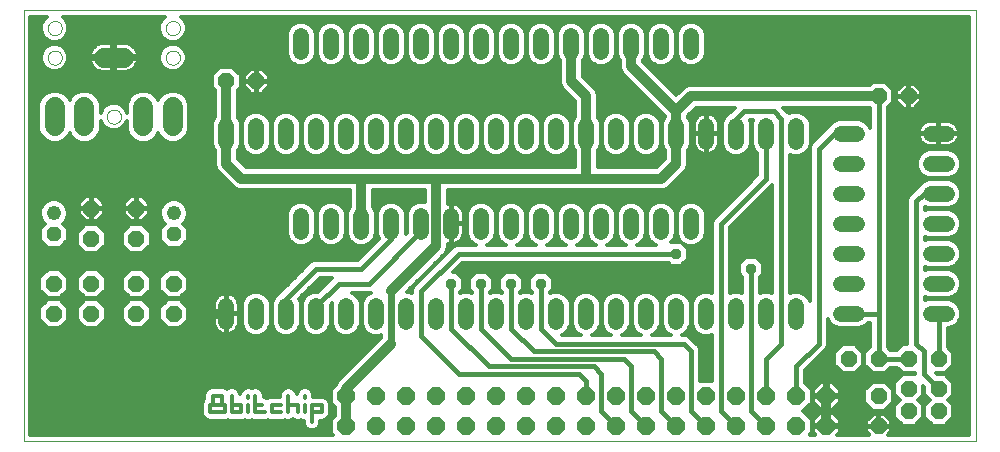
<source format=gtl>
G75*
G70*
%OFA0B0*%
%FSLAX24Y24*%
%IPPOS*%
%LPD*%
%AMOC8*
5,1,8,0,0,1.08239X$1,22.5*
%
%ADD10C,0.0000*%
%ADD11C,0.0520*%
%ADD12OC8,0.0520*%
%ADD13OC8,0.0600*%
%ADD14C,0.0650*%
%ADD15OC8,0.0480*%
%ADD16C,0.0480*%
%ADD17C,0.0120*%
%ADD18OC8,0.0472*%
%ADD19C,0.0320*%
%ADD20C,0.0160*%
%ADD21C,0.0240*%
%ADD22OC8,0.0356*%
D10*
X002180Y003130D02*
X002180Y017500D01*
X033922Y017500D01*
X033922Y003130D01*
X002180Y003130D01*
X004944Y013949D02*
X004946Y013979D01*
X004952Y014009D01*
X004961Y014038D01*
X004974Y014065D01*
X004991Y014090D01*
X005010Y014113D01*
X005033Y014134D01*
X005058Y014151D01*
X005084Y014165D01*
X005113Y014175D01*
X005142Y014182D01*
X005172Y014185D01*
X005203Y014184D01*
X005233Y014179D01*
X005262Y014170D01*
X005289Y014158D01*
X005315Y014143D01*
X005339Y014124D01*
X005360Y014102D01*
X005378Y014078D01*
X005393Y014051D01*
X005404Y014023D01*
X005412Y013994D01*
X005416Y013964D01*
X005416Y013934D01*
X005412Y013904D01*
X005404Y013875D01*
X005393Y013847D01*
X005378Y013820D01*
X005360Y013796D01*
X005339Y013774D01*
X005315Y013755D01*
X005289Y013740D01*
X005262Y013728D01*
X005233Y013719D01*
X005203Y013714D01*
X005172Y013713D01*
X005142Y013716D01*
X005113Y013723D01*
X005084Y013733D01*
X005058Y013747D01*
X005033Y013764D01*
X005010Y013785D01*
X004991Y013808D01*
X004974Y013833D01*
X004961Y013860D01*
X004952Y013889D01*
X004946Y013919D01*
X004944Y013949D01*
X002975Y015917D02*
X002977Y015947D01*
X002983Y015977D01*
X002992Y016006D01*
X003005Y016033D01*
X003022Y016058D01*
X003041Y016081D01*
X003064Y016102D01*
X003089Y016119D01*
X003115Y016133D01*
X003144Y016143D01*
X003173Y016150D01*
X003203Y016153D01*
X003234Y016152D01*
X003264Y016147D01*
X003293Y016138D01*
X003320Y016126D01*
X003346Y016111D01*
X003370Y016092D01*
X003391Y016070D01*
X003409Y016046D01*
X003424Y016019D01*
X003435Y015991D01*
X003443Y015962D01*
X003447Y015932D01*
X003447Y015902D01*
X003443Y015872D01*
X003435Y015843D01*
X003424Y015815D01*
X003409Y015788D01*
X003391Y015764D01*
X003370Y015742D01*
X003346Y015723D01*
X003320Y015708D01*
X003293Y015696D01*
X003264Y015687D01*
X003234Y015682D01*
X003203Y015681D01*
X003173Y015684D01*
X003144Y015691D01*
X003115Y015701D01*
X003089Y015715D01*
X003064Y015732D01*
X003041Y015753D01*
X003022Y015776D01*
X003005Y015801D01*
X002992Y015828D01*
X002983Y015857D01*
X002977Y015887D01*
X002975Y015917D01*
X002975Y016902D02*
X002977Y016932D01*
X002983Y016962D01*
X002992Y016991D01*
X003005Y017018D01*
X003022Y017043D01*
X003041Y017066D01*
X003064Y017087D01*
X003089Y017104D01*
X003115Y017118D01*
X003144Y017128D01*
X003173Y017135D01*
X003203Y017138D01*
X003234Y017137D01*
X003264Y017132D01*
X003293Y017123D01*
X003320Y017111D01*
X003346Y017096D01*
X003370Y017077D01*
X003391Y017055D01*
X003409Y017031D01*
X003424Y017004D01*
X003435Y016976D01*
X003443Y016947D01*
X003447Y016917D01*
X003447Y016887D01*
X003443Y016857D01*
X003435Y016828D01*
X003424Y016800D01*
X003409Y016773D01*
X003391Y016749D01*
X003370Y016727D01*
X003346Y016708D01*
X003320Y016693D01*
X003293Y016681D01*
X003264Y016672D01*
X003234Y016667D01*
X003203Y016666D01*
X003173Y016669D01*
X003144Y016676D01*
X003115Y016686D01*
X003089Y016700D01*
X003064Y016717D01*
X003041Y016738D01*
X003022Y016761D01*
X003005Y016786D01*
X002992Y016813D01*
X002983Y016842D01*
X002977Y016872D01*
X002975Y016902D01*
X006913Y016902D02*
X006915Y016932D01*
X006921Y016962D01*
X006930Y016991D01*
X006943Y017018D01*
X006960Y017043D01*
X006979Y017066D01*
X007002Y017087D01*
X007027Y017104D01*
X007053Y017118D01*
X007082Y017128D01*
X007111Y017135D01*
X007141Y017138D01*
X007172Y017137D01*
X007202Y017132D01*
X007231Y017123D01*
X007258Y017111D01*
X007284Y017096D01*
X007308Y017077D01*
X007329Y017055D01*
X007347Y017031D01*
X007362Y017004D01*
X007373Y016976D01*
X007381Y016947D01*
X007385Y016917D01*
X007385Y016887D01*
X007381Y016857D01*
X007373Y016828D01*
X007362Y016800D01*
X007347Y016773D01*
X007329Y016749D01*
X007308Y016727D01*
X007284Y016708D01*
X007258Y016693D01*
X007231Y016681D01*
X007202Y016672D01*
X007172Y016667D01*
X007141Y016666D01*
X007111Y016669D01*
X007082Y016676D01*
X007053Y016686D01*
X007027Y016700D01*
X007002Y016717D01*
X006979Y016738D01*
X006960Y016761D01*
X006943Y016786D01*
X006930Y016813D01*
X006921Y016842D01*
X006915Y016872D01*
X006913Y016902D01*
X006913Y015917D02*
X006915Y015947D01*
X006921Y015977D01*
X006930Y016006D01*
X006943Y016033D01*
X006960Y016058D01*
X006979Y016081D01*
X007002Y016102D01*
X007027Y016119D01*
X007053Y016133D01*
X007082Y016143D01*
X007111Y016150D01*
X007141Y016153D01*
X007172Y016152D01*
X007202Y016147D01*
X007231Y016138D01*
X007258Y016126D01*
X007284Y016111D01*
X007308Y016092D01*
X007329Y016070D01*
X007347Y016046D01*
X007362Y016019D01*
X007373Y015991D01*
X007381Y015962D01*
X007385Y015932D01*
X007385Y015902D01*
X007381Y015872D01*
X007373Y015843D01*
X007362Y015815D01*
X007347Y015788D01*
X007329Y015764D01*
X007308Y015742D01*
X007284Y015723D01*
X007258Y015708D01*
X007231Y015696D01*
X007202Y015687D01*
X007172Y015682D01*
X007141Y015681D01*
X007111Y015684D01*
X007082Y015691D01*
X007053Y015701D01*
X007027Y015715D01*
X007002Y015732D01*
X006979Y015753D01*
X006960Y015776D01*
X006943Y015801D01*
X006930Y015828D01*
X006921Y015857D01*
X006915Y015887D01*
X006913Y015917D01*
D11*
X008930Y013640D02*
X008930Y013120D01*
X009930Y013120D02*
X009930Y013640D01*
X010930Y013640D02*
X010930Y013120D01*
X011930Y013120D02*
X011930Y013640D01*
X012930Y013640D02*
X012930Y013120D01*
X013930Y013120D02*
X013930Y013640D01*
X014930Y013640D02*
X014930Y013120D01*
X015930Y013120D02*
X015930Y013640D01*
X016930Y013640D02*
X016930Y013120D01*
X017930Y013120D02*
X017930Y013640D01*
X018930Y013640D02*
X018930Y013120D01*
X019930Y013120D02*
X019930Y013640D01*
X020930Y013640D02*
X020930Y013120D01*
X021930Y013120D02*
X021930Y013640D01*
X022930Y013640D02*
X022930Y013120D01*
X023930Y013120D02*
X023930Y013640D01*
X024930Y013640D02*
X024930Y013120D01*
X025930Y013120D02*
X025930Y013640D01*
X026930Y013640D02*
X026930Y013120D01*
X027930Y013120D02*
X027930Y013640D01*
X029420Y013380D02*
X029940Y013380D01*
X029940Y012380D02*
X029420Y012380D01*
X029420Y011380D02*
X029940Y011380D01*
X029940Y010380D02*
X029420Y010380D01*
X029420Y009380D02*
X029940Y009380D01*
X029940Y008380D02*
X029420Y008380D01*
X027930Y007640D02*
X027930Y007120D01*
X026930Y007120D02*
X026930Y007640D01*
X025930Y007640D02*
X025930Y007120D01*
X024930Y007120D02*
X024930Y007640D01*
X023930Y007640D02*
X023930Y007120D01*
X022930Y007120D02*
X022930Y007640D01*
X021930Y007640D02*
X021930Y007120D01*
X020930Y007120D02*
X020930Y007640D01*
X019930Y007640D02*
X019930Y007120D01*
X018930Y007120D02*
X018930Y007640D01*
X017930Y007640D02*
X017930Y007120D01*
X016930Y007120D02*
X016930Y007640D01*
X015930Y007640D02*
X015930Y007120D01*
X014930Y007120D02*
X014930Y007640D01*
X013930Y007640D02*
X013930Y007120D01*
X012930Y007120D02*
X012930Y007640D01*
X011930Y007640D02*
X011930Y007120D01*
X010930Y007120D02*
X010930Y007640D01*
X009930Y007640D02*
X009930Y007120D01*
X008930Y007120D02*
X008930Y007640D01*
X011430Y010120D02*
X011430Y010640D01*
X012430Y010640D02*
X012430Y010120D01*
X013430Y010120D02*
X013430Y010640D01*
X014430Y010640D02*
X014430Y010120D01*
X015430Y010120D02*
X015430Y010640D01*
X016430Y010640D02*
X016430Y010120D01*
X017430Y010120D02*
X017430Y010640D01*
X018430Y010640D02*
X018430Y010120D01*
X019430Y010120D02*
X019430Y010640D01*
X020430Y010640D02*
X020430Y010120D01*
X021430Y010120D02*
X021430Y010640D01*
X022430Y010640D02*
X022430Y010120D01*
X023430Y010120D02*
X023430Y010640D01*
X024430Y010640D02*
X024430Y010120D01*
X029420Y007380D02*
X029940Y007380D01*
X032420Y007380D02*
X032940Y007380D01*
X032940Y008380D02*
X032420Y008380D01*
X032420Y009380D02*
X032940Y009380D01*
X032940Y010380D02*
X032420Y010380D01*
X032420Y011380D02*
X032940Y011380D01*
X032940Y012380D02*
X032420Y012380D01*
X032420Y013380D02*
X032940Y013380D01*
X024430Y016120D02*
X024430Y016640D01*
X023430Y016640D02*
X023430Y016120D01*
X022430Y016120D02*
X022430Y016640D01*
X021430Y016640D02*
X021430Y016120D01*
X020430Y016120D02*
X020430Y016640D01*
X019430Y016640D02*
X019430Y016120D01*
X018430Y016120D02*
X018430Y016640D01*
X017430Y016640D02*
X017430Y016120D01*
X016430Y016120D02*
X016430Y016640D01*
X015430Y016640D02*
X015430Y016120D01*
X014430Y016120D02*
X014430Y016640D01*
X013430Y016640D02*
X013430Y016120D01*
X012430Y016120D02*
X012430Y016640D01*
X011430Y016640D02*
X011430Y016120D01*
D12*
X009930Y015130D03*
X008930Y015130D03*
X005930Y010880D03*
X005930Y009880D03*
X004430Y009880D03*
X004430Y010880D03*
X004430Y008380D03*
X003180Y008380D03*
X003180Y007380D03*
X004430Y007380D03*
X005930Y007380D03*
X007180Y007380D03*
X007180Y008380D03*
X005930Y008380D03*
X029680Y005880D03*
X030680Y005880D03*
X031680Y005880D03*
X032680Y005880D03*
X032680Y004880D03*
X031680Y004880D03*
X030680Y004630D03*
X031680Y004130D03*
X032680Y004130D03*
X030680Y003630D03*
X030680Y014630D03*
X031680Y014630D03*
D13*
X028930Y004630D03*
X027930Y004630D03*
X026930Y004630D03*
X025930Y004630D03*
X024930Y004630D03*
X023930Y004630D03*
X022930Y004630D03*
X021930Y004630D03*
X020930Y004630D03*
X019930Y004630D03*
X018930Y004630D03*
X017930Y004630D03*
X016930Y004630D03*
X015930Y004630D03*
X014930Y004630D03*
X013930Y004630D03*
X012930Y004630D03*
X012930Y003630D03*
X013930Y003630D03*
X014930Y003630D03*
X015930Y003630D03*
X016930Y003630D03*
X017930Y003630D03*
X018930Y003630D03*
X019930Y003630D03*
X020930Y003630D03*
X021930Y003630D03*
X022930Y003630D03*
X023930Y003630D03*
X024930Y003630D03*
X025930Y003630D03*
X026930Y003630D03*
X027930Y003630D03*
X028930Y003630D03*
D14*
X007149Y013624D02*
X007149Y014274D01*
X006164Y014274D02*
X006164Y013624D01*
X004196Y013624D02*
X004196Y014274D01*
X003211Y014274D02*
X003211Y013624D01*
X004855Y015917D02*
X005505Y015917D01*
D15*
X007180Y010030D03*
X003180Y010030D03*
D16*
X003180Y010730D03*
X007180Y010730D03*
D17*
X007640Y010714D02*
X010950Y010714D01*
X010950Y010735D02*
X011023Y010912D01*
X011158Y011047D01*
X011335Y011120D01*
X011525Y011120D01*
X011702Y011047D01*
X011837Y010912D01*
X011910Y010735D01*
X011910Y010025D01*
X011837Y009848D01*
X011702Y009713D01*
X011525Y009640D01*
X011335Y009640D01*
X011158Y009713D01*
X011023Y009848D01*
X010950Y010025D01*
X010950Y010735D01*
X010990Y010833D02*
X007635Y010833D01*
X007640Y010821D02*
X007570Y010991D01*
X007441Y011120D01*
X007271Y011190D01*
X007088Y011190D01*
X006919Y011120D01*
X006790Y010991D01*
X006720Y010821D01*
X006720Y010638D01*
X006790Y010469D01*
X006879Y010380D01*
X006720Y010221D01*
X006720Y009839D01*
X006989Y009570D01*
X007371Y009570D01*
X007640Y009839D01*
X007640Y010221D01*
X007481Y010380D01*
X007570Y010469D01*
X007640Y010638D01*
X007640Y010821D01*
X007586Y010951D02*
X011062Y010951D01*
X011213Y011070D02*
X007491Y011070D01*
X007276Y011188D02*
X013050Y011188D01*
X013050Y011070D02*
X012647Y011070D01*
X012702Y011047D02*
X012525Y011120D01*
X012335Y011120D01*
X012158Y011047D01*
X012023Y010912D01*
X011950Y010735D01*
X011950Y010025D01*
X012023Y009848D01*
X012158Y009713D01*
X012335Y009640D01*
X012525Y009640D01*
X012702Y009713D01*
X012837Y009848D01*
X012910Y010025D01*
X012910Y010735D01*
X012837Y010912D01*
X012702Y011047D01*
X012798Y010951D02*
X013050Y010951D01*
X013050Y010939D02*
X013023Y010912D01*
X012950Y010735D01*
X012950Y010025D01*
X013023Y009848D01*
X013158Y009713D01*
X013335Y009640D01*
X013525Y009640D01*
X013702Y009713D01*
X013837Y009848D01*
X013910Y010025D01*
X013910Y010735D01*
X013837Y010912D01*
X013810Y010939D01*
X013810Y011500D01*
X015550Y011500D01*
X015550Y011110D01*
X015525Y011120D01*
X015335Y011120D01*
X015158Y011047D01*
X015023Y010912D01*
X014950Y010735D01*
X014950Y010074D01*
X014910Y010034D01*
X014910Y010735D01*
X014837Y010912D01*
X014702Y011047D01*
X014525Y011120D01*
X014335Y011120D01*
X014158Y011047D01*
X014023Y010912D01*
X013950Y010735D01*
X013950Y010025D01*
X014009Y009883D01*
X013306Y009180D01*
X011870Y009180D01*
X011760Y009134D01*
X010760Y008134D01*
X010683Y008057D01*
X010658Y008047D01*
X010523Y007912D01*
X010450Y007735D01*
X010450Y007025D01*
X010523Y006848D01*
X010658Y006713D01*
X010835Y006640D01*
X011025Y006640D01*
X011202Y006713D01*
X011337Y006848D01*
X011410Y007025D01*
X011410Y007735D01*
X011351Y007877D01*
X012054Y008580D01*
X012456Y008580D01*
X011996Y008120D01*
X011835Y008120D01*
X011658Y008047D01*
X011523Y007912D01*
X011450Y007735D01*
X011450Y007025D01*
X011523Y006848D01*
X011658Y006713D01*
X011835Y006640D01*
X012025Y006640D01*
X012202Y006713D01*
X012337Y006848D01*
X012410Y007025D01*
X012410Y007686D01*
X012450Y007726D01*
X012450Y007025D01*
X012523Y006848D01*
X012658Y006713D01*
X012835Y006640D01*
X013025Y006640D01*
X013202Y006713D01*
X013337Y006848D01*
X013410Y007025D01*
X013410Y007735D01*
X013337Y007912D01*
X013202Y008047D01*
X013122Y008080D01*
X013738Y008080D01*
X013658Y008047D01*
X013523Y007912D01*
X013450Y007735D01*
X013450Y007025D01*
X013523Y006848D01*
X013658Y006713D01*
X013835Y006640D01*
X014025Y006640D01*
X014090Y006667D01*
X014090Y006577D01*
X012608Y005095D01*
X012571Y005006D01*
X012410Y004845D01*
X012410Y004415D01*
X012550Y004275D01*
X012550Y003985D01*
X012410Y003845D01*
X012410Y003415D01*
X012475Y003350D01*
X002400Y003350D01*
X002400Y017280D01*
X002945Y017280D01*
X002825Y017160D01*
X002755Y016992D01*
X002755Y016811D01*
X002825Y016643D01*
X002953Y016515D01*
X003121Y016445D01*
X003302Y016445D01*
X003470Y016515D01*
X003598Y016643D01*
X003668Y016811D01*
X003668Y016992D01*
X003598Y017160D01*
X003478Y017280D01*
X006882Y017280D01*
X006762Y017160D01*
X006692Y016992D01*
X006692Y016811D01*
X006762Y016643D01*
X006890Y016515D01*
X007058Y016445D01*
X007239Y016445D01*
X007407Y016515D01*
X007535Y016643D01*
X007605Y016811D01*
X007605Y016992D01*
X007535Y017160D01*
X007415Y017280D01*
X033702Y017280D01*
X033702Y003350D01*
X030994Y003350D01*
X031100Y003456D01*
X031100Y003610D01*
X030700Y003610D01*
X030700Y003650D01*
X030660Y003650D01*
X030660Y004050D01*
X030506Y004050D01*
X030260Y003804D01*
X030260Y003650D01*
X030660Y003650D01*
X030660Y003610D01*
X030260Y003610D01*
X030260Y003456D01*
X030366Y003350D01*
X029301Y003350D01*
X029390Y003439D01*
X029390Y003590D01*
X028970Y003590D01*
X028970Y003670D01*
X028890Y003670D01*
X028890Y004090D01*
X028739Y004090D01*
X028470Y003821D01*
X028470Y003670D01*
X028890Y003670D01*
X028890Y003590D01*
X028470Y003590D01*
X028470Y003439D01*
X028559Y003350D01*
X028385Y003350D01*
X028450Y003415D01*
X028450Y003845D01*
X028165Y004130D01*
X028450Y004415D01*
X028450Y004845D01*
X028230Y005065D01*
X028230Y005506D01*
X028850Y006126D01*
X028934Y006210D01*
X028980Y006320D01*
X028980Y007188D01*
X029013Y007108D01*
X029148Y006973D01*
X029325Y006900D01*
X030035Y006900D01*
X030212Y006973D01*
X030319Y007080D01*
X030380Y007080D01*
X030380Y006259D01*
X030200Y006079D01*
X030200Y005681D01*
X030481Y005400D01*
X030879Y005400D01*
X031059Y005580D01*
X031301Y005580D01*
X031481Y005400D01*
X031879Y005400D01*
X031880Y005401D01*
X031880Y005359D01*
X031879Y005360D01*
X031481Y005360D01*
X031200Y005079D01*
X031200Y004681D01*
X031376Y004505D01*
X031200Y004329D01*
X031200Y003931D01*
X031481Y003650D01*
X031879Y003650D01*
X032160Y003931D01*
X032160Y004329D01*
X031984Y004505D01*
X032160Y004681D01*
X032160Y004976D01*
X032200Y004936D01*
X032200Y004681D01*
X032376Y004505D01*
X032200Y004329D01*
X032200Y003931D01*
X032481Y003650D01*
X032879Y003650D01*
X033160Y003931D01*
X033160Y004329D01*
X032984Y004505D01*
X033160Y004681D01*
X033160Y005079D01*
X032879Y005360D01*
X032624Y005360D01*
X032584Y005400D01*
X032879Y005400D01*
X033160Y005681D01*
X033160Y006079D01*
X032980Y006259D01*
X032980Y006900D01*
X033035Y006900D01*
X033212Y006973D01*
X033347Y007108D01*
X033420Y007285D01*
X033420Y007475D01*
X033347Y007652D01*
X033212Y007787D01*
X033035Y007860D01*
X032325Y007860D01*
X032230Y007821D01*
X032230Y007939D01*
X032325Y007900D01*
X033035Y007900D01*
X033212Y007973D01*
X033347Y008108D01*
X033420Y008285D01*
X033420Y008475D01*
X033347Y008652D01*
X033212Y008787D01*
X033035Y008860D01*
X032325Y008860D01*
X032230Y008821D01*
X032230Y008939D01*
X032325Y008900D01*
X033035Y008900D01*
X033212Y008973D01*
X033347Y009108D01*
X033420Y009285D01*
X033420Y009475D01*
X033347Y009652D01*
X033212Y009787D01*
X033035Y009860D01*
X032325Y009860D01*
X032230Y009821D01*
X032230Y009939D01*
X032325Y009900D01*
X033035Y009900D01*
X033212Y009973D01*
X033347Y010108D01*
X033420Y010285D01*
X033420Y010475D01*
X033347Y010652D01*
X033212Y010787D01*
X033035Y010860D01*
X032325Y010860D01*
X032230Y010821D01*
X032230Y010939D01*
X032325Y010900D01*
X033035Y010900D01*
X033212Y010973D01*
X033347Y011108D01*
X033420Y011285D01*
X033420Y011475D01*
X033347Y011652D01*
X033212Y011787D01*
X033035Y011860D01*
X032325Y011860D01*
X032148Y011787D01*
X032013Y011652D01*
X032003Y011627D01*
X031760Y011384D01*
X031676Y011300D01*
X031630Y011190D01*
X031630Y006360D01*
X031481Y006360D01*
X031301Y006180D01*
X031059Y006180D01*
X030980Y006259D01*
X030980Y014251D01*
X031160Y014431D01*
X031160Y014829D01*
X030879Y015110D01*
X030481Y015110D01*
X030381Y015010D01*
X024354Y015010D01*
X024215Y014952D01*
X023930Y014667D01*
X022810Y015787D01*
X022810Y015821D01*
X022837Y015848D01*
X022910Y016025D01*
X022910Y016735D01*
X022837Y016912D01*
X022702Y017047D01*
X022525Y017120D01*
X022335Y017120D01*
X022158Y017047D01*
X022023Y016912D01*
X021950Y016735D01*
X021950Y016025D01*
X022023Y015848D01*
X022050Y015821D01*
X022050Y015554D01*
X022108Y015415D01*
X023550Y013973D01*
X023550Y013939D01*
X023523Y013912D01*
X023450Y013735D01*
X023450Y013025D01*
X023523Y012848D01*
X023550Y012821D01*
X023550Y012537D01*
X023273Y012260D01*
X021310Y012260D01*
X021310Y012821D01*
X021337Y012848D01*
X021410Y013025D01*
X021410Y013735D01*
X021337Y013912D01*
X021310Y013939D01*
X021310Y014706D01*
X021252Y014845D01*
X021145Y014952D01*
X020810Y015287D01*
X020810Y015821D01*
X020837Y015848D01*
X020910Y016025D01*
X020910Y016735D01*
X020837Y016912D01*
X020702Y017047D01*
X020525Y017120D01*
X020335Y017120D01*
X020158Y017047D01*
X020023Y016912D01*
X019950Y016735D01*
X019950Y016025D01*
X020023Y015848D01*
X020050Y015821D01*
X020050Y015054D01*
X020108Y014915D01*
X020550Y014473D01*
X020550Y013939D01*
X020523Y013912D01*
X020450Y013735D01*
X020450Y013025D01*
X020523Y012848D01*
X020550Y012821D01*
X020550Y012260D01*
X009587Y012260D01*
X009310Y012537D01*
X009310Y012821D01*
X009337Y012848D01*
X009410Y013025D01*
X009410Y013735D01*
X009337Y013912D01*
X009310Y013939D01*
X009310Y014831D01*
X009410Y014931D01*
X009410Y015329D01*
X009129Y015610D01*
X008731Y015610D01*
X008450Y015329D01*
X008450Y014931D01*
X008550Y014831D01*
X008550Y013939D01*
X008523Y013912D01*
X008450Y013735D01*
X008450Y013025D01*
X008523Y012848D01*
X008550Y012821D01*
X008550Y012304D01*
X008608Y012165D01*
X009108Y011665D01*
X009215Y011558D01*
X009354Y011500D01*
X013050Y011500D01*
X013050Y010939D01*
X012990Y010833D02*
X012870Y010833D01*
X012910Y010714D02*
X012950Y010714D01*
X012950Y010596D02*
X012910Y010596D01*
X012910Y010477D02*
X012950Y010477D01*
X012950Y010359D02*
X012910Y010359D01*
X012910Y010240D02*
X012950Y010240D01*
X012950Y010122D02*
X012910Y010122D01*
X012901Y010003D02*
X012959Y010003D01*
X013008Y009885D02*
X012852Y009885D01*
X012755Y009766D02*
X013105Y009766D01*
X013316Y009648D02*
X012544Y009648D01*
X012316Y009648D02*
X011544Y009648D01*
X011316Y009648D02*
X007448Y009648D01*
X007567Y009766D02*
X011105Y009766D01*
X011008Y009885D02*
X007640Y009885D01*
X007640Y010003D02*
X010959Y010003D01*
X010950Y010122D02*
X007640Y010122D01*
X007621Y010240D02*
X010950Y010240D01*
X010950Y010359D02*
X007502Y010359D01*
X007573Y010477D02*
X010950Y010477D01*
X010950Y010596D02*
X007622Y010596D01*
X006858Y010359D02*
X006130Y010359D01*
X006129Y010360D02*
X005731Y010360D01*
X005450Y010079D01*
X005450Y009681D01*
X005731Y009400D01*
X006129Y009400D01*
X006410Y009681D01*
X006410Y010079D01*
X006129Y010360D01*
X006104Y010460D02*
X006350Y010706D01*
X006350Y010860D01*
X005950Y010860D01*
X005950Y010900D01*
X005910Y010900D01*
X005910Y011300D01*
X005756Y011300D01*
X005510Y011054D01*
X005510Y010900D01*
X005910Y010900D01*
X005910Y010860D01*
X005510Y010860D01*
X005510Y010706D01*
X005756Y010460D01*
X005910Y010460D01*
X005910Y010860D01*
X005950Y010860D01*
X005950Y010460D01*
X006104Y010460D01*
X006121Y010477D02*
X006787Y010477D01*
X006738Y010596D02*
X006239Y010596D01*
X006350Y010714D02*
X006720Y010714D01*
X006725Y010833D02*
X006350Y010833D01*
X006350Y010900D02*
X006350Y011054D01*
X006104Y011300D01*
X005950Y011300D01*
X005950Y010900D01*
X006350Y010900D01*
X006350Y010951D02*
X006774Y010951D01*
X006869Y011070D02*
X006334Y011070D01*
X006216Y011188D02*
X007084Y011188D01*
X005950Y011188D02*
X005910Y011188D01*
X005910Y011070D02*
X005950Y011070D01*
X005950Y010951D02*
X005910Y010951D01*
X005910Y010833D02*
X005950Y010833D01*
X005950Y010714D02*
X005910Y010714D01*
X005910Y010596D02*
X005950Y010596D01*
X005950Y010477D02*
X005910Y010477D01*
X005739Y010477D02*
X004621Y010477D01*
X004604Y010460D02*
X004850Y010706D01*
X004850Y010860D01*
X004450Y010860D01*
X004450Y010900D01*
X004410Y010900D01*
X004410Y011300D01*
X004256Y011300D01*
X004010Y011054D01*
X004010Y010900D01*
X004410Y010900D01*
X004410Y010860D01*
X004010Y010860D01*
X004010Y010706D01*
X004256Y010460D01*
X004410Y010460D01*
X004410Y010860D01*
X004450Y010860D01*
X004450Y010460D01*
X004604Y010460D01*
X004629Y010360D02*
X004231Y010360D01*
X003950Y010079D01*
X003950Y009681D01*
X004231Y009400D01*
X004629Y009400D01*
X004910Y009681D01*
X004910Y010079D01*
X004629Y010360D01*
X004630Y010359D02*
X005730Y010359D01*
X005611Y010240D02*
X004749Y010240D01*
X004867Y010122D02*
X005493Y010122D01*
X005450Y010003D02*
X004910Y010003D01*
X004910Y009885D02*
X005450Y009885D01*
X005450Y009766D02*
X004910Y009766D01*
X004876Y009648D02*
X005484Y009648D01*
X005602Y009529D02*
X004758Y009529D01*
X004639Y009411D02*
X005721Y009411D01*
X006139Y009411D02*
X013536Y009411D01*
X013655Y009529D02*
X006258Y009529D01*
X006376Y009648D02*
X006912Y009648D01*
X006793Y009766D02*
X006410Y009766D01*
X006410Y009885D02*
X006720Y009885D01*
X006720Y010003D02*
X006410Y010003D01*
X006367Y010122D02*
X006720Y010122D01*
X006739Y010240D02*
X006249Y010240D01*
X005621Y010596D02*
X004739Y010596D01*
X004850Y010714D02*
X005510Y010714D01*
X005510Y010833D02*
X004850Y010833D01*
X004850Y010900D02*
X004850Y011054D01*
X004604Y011300D01*
X004450Y011300D01*
X004450Y010900D01*
X004850Y010900D01*
X004850Y010951D02*
X005510Y010951D01*
X005526Y011070D02*
X004834Y011070D01*
X004716Y011188D02*
X005644Y011188D01*
X004450Y011188D02*
X004410Y011188D01*
X004410Y011070D02*
X004450Y011070D01*
X004450Y010951D02*
X004410Y010951D01*
X004410Y010833D02*
X004450Y010833D01*
X004450Y010714D02*
X004410Y010714D01*
X004410Y010596D02*
X004450Y010596D01*
X004450Y010477D02*
X004410Y010477D01*
X004239Y010477D02*
X003573Y010477D01*
X003570Y010469D02*
X003640Y010638D01*
X003640Y010821D01*
X003570Y010991D01*
X003441Y011120D01*
X003271Y011190D01*
X003088Y011190D01*
X002919Y011120D01*
X002790Y010991D01*
X002720Y010821D01*
X002720Y010638D01*
X002790Y010469D01*
X002879Y010380D01*
X002720Y010221D01*
X002720Y009839D01*
X002989Y009570D01*
X003371Y009570D01*
X003640Y009839D01*
X003640Y010221D01*
X003481Y010380D01*
X003570Y010469D01*
X003502Y010359D02*
X004230Y010359D01*
X004111Y010240D02*
X003621Y010240D01*
X003640Y010122D02*
X003993Y010122D01*
X003950Y010003D02*
X003640Y010003D01*
X003640Y009885D02*
X003950Y009885D01*
X003950Y009766D02*
X003567Y009766D01*
X003448Y009648D02*
X003984Y009648D01*
X004102Y009529D02*
X002400Y009529D01*
X002400Y009411D02*
X004221Y009411D01*
X004231Y008860D02*
X003950Y008579D01*
X003950Y008181D01*
X004231Y007900D01*
X004629Y007900D01*
X004910Y008181D01*
X004910Y008579D01*
X004629Y008860D01*
X004231Y008860D01*
X004189Y008818D02*
X003421Y008818D01*
X003379Y008860D02*
X002981Y008860D01*
X002700Y008579D01*
X002700Y008181D01*
X002981Y007900D01*
X003379Y007900D01*
X003660Y008181D01*
X003660Y008579D01*
X003379Y008860D01*
X003539Y008700D02*
X004071Y008700D01*
X003952Y008581D02*
X003658Y008581D01*
X003660Y008463D02*
X003950Y008463D01*
X003950Y008344D02*
X003660Y008344D01*
X003660Y008226D02*
X003950Y008226D01*
X004024Y008107D02*
X003586Y008107D01*
X003467Y007989D02*
X004143Y007989D01*
X004231Y007860D02*
X003950Y007579D01*
X003950Y007181D01*
X004231Y006900D01*
X004629Y006900D01*
X004910Y007181D01*
X004910Y007579D01*
X004629Y007860D01*
X004231Y007860D01*
X004123Y007752D02*
X003487Y007752D01*
X003379Y007860D02*
X002981Y007860D01*
X002700Y007579D01*
X002700Y007181D01*
X002981Y006900D01*
X003379Y006900D01*
X003660Y007181D01*
X003660Y007579D01*
X003379Y007860D01*
X003606Y007633D02*
X004004Y007633D01*
X003950Y007515D02*
X003660Y007515D01*
X003660Y007396D02*
X003950Y007396D01*
X003950Y007278D02*
X003660Y007278D01*
X003638Y007159D02*
X003972Y007159D01*
X004091Y007041D02*
X003519Y007041D01*
X003401Y006922D02*
X004209Y006922D01*
X004651Y006922D02*
X005709Y006922D01*
X005731Y006900D02*
X006129Y006900D01*
X006410Y007181D01*
X006410Y007579D01*
X006129Y007860D01*
X005731Y007860D01*
X005450Y007579D01*
X005450Y007181D01*
X005731Y006900D01*
X005591Y007041D02*
X004769Y007041D01*
X004888Y007159D02*
X005472Y007159D01*
X005450Y007278D02*
X004910Y007278D01*
X004910Y007396D02*
X005450Y007396D01*
X005450Y007515D02*
X004910Y007515D01*
X004856Y007633D02*
X005504Y007633D01*
X005623Y007752D02*
X004737Y007752D01*
X004717Y007989D02*
X005643Y007989D01*
X005731Y007900D02*
X005450Y008181D01*
X005450Y008579D01*
X005731Y008860D01*
X006129Y008860D01*
X006410Y008579D01*
X006410Y008181D01*
X006129Y007900D01*
X005731Y007900D01*
X005524Y008107D02*
X004836Y008107D01*
X004910Y008226D02*
X005450Y008226D01*
X005450Y008344D02*
X004910Y008344D01*
X004910Y008463D02*
X005450Y008463D01*
X005452Y008581D02*
X004908Y008581D01*
X004789Y008700D02*
X005571Y008700D01*
X005689Y008818D02*
X004671Y008818D01*
X006171Y008818D02*
X006939Y008818D01*
X006981Y008860D02*
X006700Y008579D01*
X006700Y008181D01*
X006981Y007900D01*
X007379Y007900D01*
X007660Y008181D01*
X007660Y008579D01*
X007379Y008860D01*
X006981Y008860D01*
X006821Y008700D02*
X006289Y008700D01*
X006408Y008581D02*
X006702Y008581D01*
X006700Y008463D02*
X006410Y008463D01*
X006410Y008344D02*
X006700Y008344D01*
X006700Y008226D02*
X006410Y008226D01*
X006336Y008107D02*
X006774Y008107D01*
X006893Y007989D02*
X006217Y007989D01*
X006237Y007752D02*
X006873Y007752D01*
X006981Y007860D02*
X006700Y007579D01*
X006700Y007181D01*
X006981Y006900D01*
X007379Y006900D01*
X007660Y007181D01*
X007660Y007579D01*
X007379Y007860D01*
X006981Y007860D01*
X006754Y007633D02*
X006356Y007633D01*
X006410Y007515D02*
X006700Y007515D01*
X006700Y007396D02*
X006410Y007396D01*
X006410Y007278D02*
X006700Y007278D01*
X006722Y007159D02*
X006388Y007159D01*
X006269Y007041D02*
X006841Y007041D01*
X006959Y006922D02*
X006151Y006922D01*
X007401Y006922D02*
X008560Y006922D01*
X008571Y006900D02*
X008610Y006846D01*
X008656Y006800D01*
X008710Y006761D01*
X008769Y006731D01*
X008832Y006710D01*
X008897Y006700D01*
X008910Y006700D01*
X008910Y007360D01*
X008950Y007360D01*
X008950Y007400D01*
X009350Y007400D01*
X009350Y007673D01*
X009340Y007738D01*
X009319Y007801D01*
X009289Y007860D01*
X009250Y007914D01*
X009204Y007960D01*
X009150Y007999D01*
X009091Y008029D01*
X009028Y008050D01*
X008963Y008060D01*
X008950Y008060D01*
X008950Y007400D01*
X008910Y007400D01*
X008910Y008060D01*
X008897Y008060D01*
X008832Y008050D01*
X008769Y008029D01*
X008710Y007999D01*
X008656Y007960D01*
X008610Y007914D01*
X008571Y007860D01*
X008541Y007801D01*
X008520Y007738D01*
X008510Y007673D01*
X008510Y007400D01*
X008910Y007400D01*
X008910Y007360D01*
X008510Y007360D01*
X008510Y007087D01*
X008520Y007022D01*
X008541Y006959D01*
X008571Y006900D01*
X008653Y006804D02*
X002400Y006804D01*
X002400Y006922D02*
X002959Y006922D01*
X002841Y007041D02*
X002400Y007041D01*
X002400Y007159D02*
X002722Y007159D01*
X002700Y007278D02*
X002400Y007278D01*
X002400Y007396D02*
X002700Y007396D01*
X002700Y007515D02*
X002400Y007515D01*
X002400Y007633D02*
X002754Y007633D01*
X002873Y007752D02*
X002400Y007752D01*
X002400Y007870D02*
X008578Y007870D01*
X008525Y007752D02*
X007487Y007752D01*
X007606Y007633D02*
X008510Y007633D01*
X008510Y007515D02*
X007660Y007515D01*
X007660Y007396D02*
X008910Y007396D01*
X008950Y007396D02*
X009450Y007396D01*
X009350Y007360D02*
X009350Y007087D01*
X009340Y007022D01*
X009319Y006959D01*
X009289Y006900D01*
X009250Y006846D01*
X009204Y006800D01*
X009150Y006761D01*
X009091Y006731D01*
X009028Y006710D01*
X008963Y006700D01*
X008950Y006700D01*
X008950Y007360D01*
X009350Y007360D01*
X009350Y007278D02*
X009450Y007278D01*
X009450Y007159D02*
X009350Y007159D01*
X009343Y007041D02*
X009450Y007041D01*
X009450Y007025D02*
X009523Y006848D01*
X009658Y006713D01*
X009835Y006640D01*
X010025Y006640D01*
X010202Y006713D01*
X010337Y006848D01*
X010410Y007025D01*
X010410Y007735D01*
X010337Y007912D01*
X010202Y008047D01*
X010025Y008120D01*
X009835Y008120D01*
X009658Y008047D01*
X009523Y007912D01*
X009450Y007735D01*
X009450Y007025D01*
X009492Y006922D02*
X009300Y006922D01*
X009207Y006804D02*
X009568Y006804D01*
X009726Y006685D02*
X002400Y006685D01*
X002400Y006567D02*
X014079Y006567D01*
X013961Y006448D02*
X002400Y006448D01*
X002400Y006330D02*
X013842Y006330D01*
X013724Y006211D02*
X002400Y006211D01*
X002400Y006093D02*
X013605Y006093D01*
X013487Y005974D02*
X002400Y005974D01*
X002400Y005856D02*
X013368Y005856D01*
X013250Y005737D02*
X002400Y005737D01*
X002400Y005619D02*
X013131Y005619D01*
X013013Y005500D02*
X002400Y005500D01*
X002400Y005382D02*
X012894Y005382D01*
X012776Y005263D02*
X002400Y005263D01*
X002400Y005145D02*
X012657Y005145D01*
X012579Y005026D02*
X002400Y005026D01*
X002400Y004908D02*
X008386Y004908D01*
X008425Y004924D02*
X008323Y004881D01*
X008244Y004802D01*
X008201Y004699D01*
X008201Y004524D01*
X008165Y004487D01*
X008122Y004385D01*
X008122Y004037D01*
X008165Y003934D01*
X008244Y003855D01*
X008347Y003813D01*
X008931Y003813D01*
X008993Y003838D01*
X009055Y003813D01*
X009482Y003813D01*
X009544Y003838D01*
X009607Y003813D01*
X009718Y003813D01*
X009780Y003838D01*
X009843Y003813D01*
X010269Y003813D01*
X010332Y003838D01*
X010394Y003813D01*
X010820Y003813D01*
X010883Y003838D01*
X010945Y003813D01*
X011057Y003813D01*
X011158Y003855D01*
X011260Y003813D01*
X011372Y003813D01*
X011434Y003838D01*
X011496Y003813D01*
X011508Y003813D01*
X011508Y003722D01*
X011551Y003619D01*
X011630Y003540D01*
X011733Y003498D01*
X011844Y003498D01*
X011947Y003540D01*
X012026Y003619D01*
X012068Y003722D01*
X012068Y003813D01*
X012159Y003813D01*
X012262Y003855D01*
X012341Y003934D01*
X012383Y004037D01*
X012383Y004385D01*
X012341Y004487D01*
X012262Y004566D01*
X012159Y004609D01*
X011832Y004609D01*
X011832Y004699D01*
X011789Y004802D01*
X011711Y004881D01*
X011608Y004924D01*
X011496Y004924D01*
X011393Y004881D01*
X011315Y004802D01*
X011276Y004710D01*
X011238Y004802D01*
X011159Y004881D01*
X011057Y004924D01*
X010945Y004924D01*
X010842Y004881D01*
X010763Y004802D01*
X010721Y004699D01*
X010721Y004609D01*
X010394Y004609D01*
X010292Y004567D01*
X010190Y004609D01*
X010179Y004609D01*
X010179Y004699D01*
X010136Y004802D01*
X010057Y004881D01*
X009954Y004924D01*
X009843Y004924D01*
X009780Y004898D01*
X009718Y004924D01*
X009607Y004924D01*
X009504Y004881D01*
X009425Y004802D01*
X009387Y004710D01*
X009348Y004802D01*
X009270Y004881D01*
X009167Y004924D01*
X009055Y004924D01*
X008954Y004882D01*
X008852Y004924D01*
X008425Y004924D01*
X008238Y004789D02*
X002400Y004789D01*
X002400Y004671D02*
X008201Y004671D01*
X008201Y004552D02*
X002400Y004552D01*
X002400Y004434D02*
X008143Y004434D01*
X008122Y004315D02*
X002400Y004315D01*
X002400Y004197D02*
X008122Y004197D01*
X008122Y004078D02*
X002400Y004078D01*
X002400Y003960D02*
X008155Y003960D01*
X008278Y003841D02*
X002400Y003841D01*
X002400Y003723D02*
X011508Y003723D01*
X011566Y003604D02*
X002400Y003604D01*
X002400Y003486D02*
X012410Y003486D01*
X012410Y003604D02*
X012011Y003604D01*
X012068Y003723D02*
X012410Y003723D01*
X012410Y003841D02*
X012227Y003841D01*
X012351Y003960D02*
X012524Y003960D01*
X012550Y004078D02*
X012383Y004078D01*
X012383Y004197D02*
X012550Y004197D01*
X012510Y004315D02*
X012383Y004315D01*
X012363Y004434D02*
X012410Y004434D01*
X012410Y004552D02*
X012276Y004552D01*
X012410Y004671D02*
X011832Y004671D01*
X011795Y004789D02*
X012410Y004789D01*
X012472Y004908D02*
X011647Y004908D01*
X011457Y004908D02*
X011096Y004908D01*
X011244Y004789D02*
X011309Y004789D01*
X011552Y004644D02*
X011552Y004565D01*
X011552Y004329D02*
X011552Y004093D01*
X011316Y004093D02*
X011316Y004329D01*
X011001Y004329D01*
X011001Y004093D01*
X011001Y004329D02*
X011001Y004644D01*
X010906Y004908D02*
X009993Y004908D01*
X009804Y004908D02*
X009757Y004908D01*
X009567Y004908D02*
X009206Y004908D01*
X009016Y004908D02*
X008891Y004908D01*
X008796Y004644D02*
X008481Y004644D01*
X008481Y004329D01*
X008402Y004329D01*
X008402Y004093D01*
X008875Y004093D01*
X008875Y004329D01*
X008796Y004329D01*
X008796Y004644D01*
X009111Y004644D02*
X009111Y004329D01*
X009426Y004329D01*
X009426Y004093D01*
X009111Y004093D01*
X009111Y004329D01*
X008796Y004329D02*
X008481Y004329D01*
X009354Y004789D02*
X009419Y004789D01*
X009662Y004644D02*
X009662Y004565D01*
X009662Y004329D02*
X009662Y004093D01*
X009899Y004093D02*
X009899Y004329D01*
X010135Y004329D01*
X009899Y004329D02*
X009899Y004644D01*
X010179Y004671D02*
X010721Y004671D01*
X010758Y004789D02*
X010141Y004789D01*
X010450Y004329D02*
X010765Y004329D01*
X010765Y004093D02*
X010450Y004093D01*
X010450Y004329D01*
X010213Y004093D02*
X009899Y004093D01*
X011125Y003841D02*
X011192Y003841D01*
X011788Y003778D02*
X011788Y004093D01*
X012103Y004093D01*
X012103Y004329D01*
X011788Y004329D01*
X011788Y004093D01*
X012458Y003367D02*
X002400Y003367D01*
X007519Y007041D02*
X008517Y007041D01*
X008510Y007159D02*
X007638Y007159D01*
X007660Y007278D02*
X008510Y007278D01*
X008910Y007278D02*
X008950Y007278D01*
X008950Y007159D02*
X008910Y007159D01*
X008910Y007041D02*
X008950Y007041D01*
X008950Y006922D02*
X008910Y006922D01*
X008910Y006804D02*
X008950Y006804D01*
X008950Y007515D02*
X008910Y007515D01*
X008910Y007633D02*
X008950Y007633D01*
X008950Y007752D02*
X008910Y007752D01*
X008910Y007870D02*
X008950Y007870D01*
X008950Y007989D02*
X008910Y007989D01*
X008695Y007989D02*
X007467Y007989D01*
X007586Y008107D02*
X009803Y008107D01*
X009600Y007989D02*
X009165Y007989D01*
X009282Y007870D02*
X009506Y007870D01*
X009457Y007752D02*
X009335Y007752D01*
X009350Y007633D02*
X009450Y007633D01*
X009450Y007515D02*
X009350Y007515D01*
X010057Y008107D02*
X010733Y008107D01*
X010851Y008226D02*
X007660Y008226D01*
X007660Y008344D02*
X010970Y008344D01*
X011088Y008463D02*
X007660Y008463D01*
X007658Y008581D02*
X011207Y008581D01*
X011325Y008700D02*
X007539Y008700D01*
X007421Y008818D02*
X011444Y008818D01*
X011562Y008937D02*
X002400Y008937D01*
X002400Y009055D02*
X011681Y009055D01*
X011855Y009174D02*
X002400Y009174D01*
X002400Y009292D02*
X013418Y009292D01*
X013544Y009648D02*
X013773Y009648D01*
X013755Y009766D02*
X013892Y009766D01*
X013852Y009885D02*
X014008Y009885D01*
X013959Y010003D02*
X013901Y010003D01*
X013910Y010122D02*
X013950Y010122D01*
X013950Y010240D02*
X013910Y010240D01*
X013910Y010359D02*
X013950Y010359D01*
X013950Y010477D02*
X013910Y010477D01*
X013910Y010596D02*
X013950Y010596D01*
X013950Y010714D02*
X013910Y010714D01*
X013870Y010833D02*
X013990Y010833D01*
X014062Y010951D02*
X013810Y010951D01*
X013810Y011070D02*
X014213Y011070D01*
X013810Y011188D02*
X015550Y011188D01*
X015550Y011307D02*
X013810Y011307D01*
X013810Y011425D02*
X015550Y011425D01*
X015213Y011070D02*
X014647Y011070D01*
X014798Y010951D02*
X015062Y010951D01*
X014990Y010833D02*
X014870Y010833D01*
X014910Y010714D02*
X014950Y010714D01*
X014950Y010596D02*
X014910Y010596D01*
X014910Y010477D02*
X014950Y010477D01*
X014950Y010359D02*
X014910Y010359D01*
X014910Y010240D02*
X014950Y010240D01*
X014950Y010122D02*
X014910Y010122D01*
X016310Y010360D02*
X016310Y010400D01*
X016410Y010400D01*
X016410Y011060D01*
X016397Y011060D01*
X016332Y011050D01*
X016310Y011043D01*
X016310Y011500D01*
X023506Y011500D01*
X023645Y011558D01*
X023752Y011665D01*
X024252Y012165D01*
X024310Y012304D01*
X024310Y012821D01*
X024337Y012848D01*
X024410Y013025D01*
X024410Y013735D01*
X024337Y013912D01*
X024310Y013939D01*
X024310Y013973D01*
X024587Y014250D01*
X025876Y014250D01*
X025683Y014057D01*
X025658Y014047D01*
X025523Y013912D01*
X025450Y013735D01*
X025450Y013025D01*
X025523Y012848D01*
X025658Y012713D01*
X025835Y012640D01*
X026025Y012640D01*
X026202Y012713D01*
X026337Y012848D01*
X026410Y013025D01*
X026410Y013735D01*
X026371Y013830D01*
X026489Y013830D01*
X026450Y013735D01*
X026450Y013025D01*
X026523Y012848D01*
X026630Y012741D01*
X026630Y012004D01*
X025176Y010550D01*
X025130Y010440D01*
X025130Y008077D01*
X025025Y008120D01*
X024835Y008120D01*
X024658Y008047D01*
X024523Y007912D01*
X024450Y007735D01*
X024450Y007025D01*
X024523Y006848D01*
X024658Y006713D01*
X024835Y006640D01*
X025025Y006640D01*
X025130Y006683D01*
X025130Y005150D01*
X024730Y005150D01*
X024730Y006190D01*
X024684Y006300D01*
X024434Y006550D01*
X024350Y006634D01*
X024240Y006680D01*
X024122Y006680D01*
X024202Y006713D01*
X024337Y006848D01*
X024410Y007025D01*
X024410Y007735D01*
X024337Y007912D01*
X024202Y008047D01*
X024025Y008120D01*
X023835Y008120D01*
X023658Y008047D01*
X023523Y007912D01*
X023450Y007735D01*
X023450Y007025D01*
X023523Y006848D01*
X023658Y006713D01*
X023738Y006680D01*
X023122Y006680D01*
X023202Y006713D01*
X023337Y006848D01*
X023410Y007025D01*
X023410Y007735D01*
X023337Y007912D01*
X023202Y008047D01*
X023025Y008120D01*
X022835Y008120D01*
X022658Y008047D01*
X022523Y007912D01*
X022450Y007735D01*
X022450Y007025D01*
X022523Y006848D01*
X022658Y006713D01*
X022738Y006680D01*
X022122Y006680D01*
X022202Y006713D01*
X022337Y006848D01*
X022410Y007025D01*
X022410Y007735D01*
X022337Y007912D01*
X022202Y008047D01*
X022025Y008120D01*
X021835Y008120D01*
X021658Y008047D01*
X021523Y007912D01*
X021450Y007735D01*
X021450Y007025D01*
X021523Y006848D01*
X021658Y006713D01*
X021738Y006680D01*
X021122Y006680D01*
X021202Y006713D01*
X021337Y006848D01*
X021410Y007025D01*
X021410Y007735D01*
X021337Y007912D01*
X021202Y008047D01*
X021025Y008120D01*
X020835Y008120D01*
X020658Y008047D01*
X020523Y007912D01*
X020450Y007735D01*
X020450Y007025D01*
X020523Y006848D01*
X020658Y006713D01*
X020738Y006680D01*
X020122Y006680D01*
X020202Y006713D01*
X020337Y006848D01*
X020410Y007025D01*
X020410Y007735D01*
X020337Y007912D01*
X020202Y008047D01*
X020025Y008120D01*
X019835Y008120D01*
X019730Y008077D01*
X019730Y008117D01*
X019828Y008215D01*
X019828Y008545D01*
X019595Y008778D01*
X019265Y008778D01*
X019032Y008545D01*
X019032Y008215D01*
X019130Y008117D01*
X019130Y008077D01*
X019025Y008120D01*
X018835Y008120D01*
X018730Y008077D01*
X018730Y008117D01*
X018828Y008215D01*
X018828Y008545D01*
X018595Y008778D01*
X018265Y008778D01*
X018032Y008545D01*
X018032Y008215D01*
X018130Y008117D01*
X018130Y008077D01*
X018025Y008120D01*
X017835Y008120D01*
X017730Y008077D01*
X017730Y008117D01*
X017828Y008215D01*
X017828Y008545D01*
X017595Y008778D01*
X017265Y008778D01*
X017032Y008545D01*
X017032Y008215D01*
X017130Y008117D01*
X017130Y008077D01*
X017025Y008120D01*
X016835Y008120D01*
X016730Y008077D01*
X016730Y008117D01*
X016828Y008215D01*
X016828Y008545D01*
X016595Y008778D01*
X016502Y008778D01*
X016804Y009080D01*
X023667Y009080D01*
X023765Y008982D01*
X024095Y008982D01*
X024328Y009215D01*
X024328Y009545D01*
X024161Y009712D01*
X024335Y009640D01*
X024525Y009640D01*
X024702Y009713D01*
X024837Y009848D01*
X024910Y010025D01*
X024910Y010735D01*
X024837Y010912D01*
X024702Y011047D01*
X024525Y011120D01*
X024335Y011120D01*
X024158Y011047D01*
X024023Y010912D01*
X023950Y010735D01*
X023950Y010025D01*
X024023Y009848D01*
X024093Y009778D01*
X023767Y009778D01*
X023837Y009848D01*
X023910Y010025D01*
X023910Y010735D01*
X023837Y010912D01*
X023702Y011047D01*
X023525Y011120D01*
X023335Y011120D01*
X023158Y011047D01*
X023023Y010912D01*
X022950Y010735D01*
X022950Y010025D01*
X023023Y009848D01*
X023158Y009713D01*
X023238Y009680D01*
X022622Y009680D01*
X022702Y009713D01*
X022837Y009848D01*
X022910Y010025D01*
X022910Y010735D01*
X022837Y010912D01*
X022702Y011047D01*
X022525Y011120D01*
X022335Y011120D01*
X022158Y011047D01*
X022023Y010912D01*
X021950Y010735D01*
X021950Y010025D01*
X022023Y009848D01*
X022158Y009713D01*
X022238Y009680D01*
X021622Y009680D01*
X021702Y009713D01*
X021837Y009848D01*
X021910Y010025D01*
X021910Y010735D01*
X021837Y010912D01*
X021702Y011047D01*
X021525Y011120D01*
X021335Y011120D01*
X021158Y011047D01*
X021023Y010912D01*
X020950Y010735D01*
X020950Y010025D01*
X021023Y009848D01*
X021158Y009713D01*
X021238Y009680D01*
X020622Y009680D01*
X020702Y009713D01*
X020837Y009848D01*
X020910Y010025D01*
X020910Y010735D01*
X020837Y010912D01*
X020702Y011047D01*
X020525Y011120D01*
X020335Y011120D01*
X020158Y011047D01*
X020023Y010912D01*
X019950Y010735D01*
X019950Y010025D01*
X020023Y009848D01*
X020158Y009713D01*
X020238Y009680D01*
X019622Y009680D01*
X019702Y009713D01*
X019837Y009848D01*
X019910Y010025D01*
X019910Y010735D01*
X019837Y010912D01*
X019702Y011047D01*
X019525Y011120D01*
X019335Y011120D01*
X019158Y011047D01*
X019023Y010912D01*
X018950Y010735D01*
X018950Y010025D01*
X019023Y009848D01*
X019158Y009713D01*
X019238Y009680D01*
X018622Y009680D01*
X018702Y009713D01*
X018837Y009848D01*
X018910Y010025D01*
X018910Y010735D01*
X018837Y010912D01*
X018702Y011047D01*
X018525Y011120D01*
X018335Y011120D01*
X018158Y011047D01*
X018023Y010912D01*
X017950Y010735D01*
X017950Y010025D01*
X018023Y009848D01*
X018158Y009713D01*
X018238Y009680D01*
X017622Y009680D01*
X017702Y009713D01*
X017837Y009848D01*
X017910Y010025D01*
X017910Y010735D01*
X017837Y010912D01*
X017702Y011047D01*
X017525Y011120D01*
X017335Y011120D01*
X017158Y011047D01*
X017023Y010912D01*
X016950Y010735D01*
X016950Y010025D01*
X017023Y009848D01*
X017158Y009713D01*
X017238Y009680D01*
X016620Y009680D01*
X016510Y009634D01*
X016426Y009550D01*
X015176Y008300D01*
X015130Y008190D01*
X015130Y008077D01*
X015025Y008120D01*
X014957Y008120D01*
X016145Y009308D01*
X016252Y009415D01*
X016310Y009554D01*
X016310Y009717D01*
X016332Y009710D01*
X016397Y009700D01*
X016410Y009700D01*
X016410Y010360D01*
X016450Y010360D01*
X016450Y010400D01*
X016410Y010400D01*
X016410Y010360D01*
X016310Y010360D01*
X016410Y010359D02*
X016450Y010359D01*
X016450Y010360D02*
X016450Y009700D01*
X016463Y009700D01*
X016528Y009710D01*
X016591Y009731D01*
X016650Y009761D01*
X016704Y009800D01*
X016750Y009846D01*
X016789Y009900D01*
X016819Y009959D01*
X016840Y010022D01*
X016850Y010087D01*
X016850Y010360D01*
X016450Y010360D01*
X016450Y010400D02*
X016850Y010400D01*
X016850Y010673D01*
X016840Y010738D01*
X016819Y010801D01*
X016789Y010860D01*
X016750Y010914D01*
X016704Y010960D01*
X016650Y010999D01*
X016591Y011029D01*
X016528Y011050D01*
X016463Y011060D01*
X016450Y011060D01*
X016450Y010400D01*
X016450Y010477D02*
X016410Y010477D01*
X016410Y010596D02*
X016450Y010596D01*
X016450Y010714D02*
X016410Y010714D01*
X016410Y010833D02*
X016450Y010833D01*
X016450Y010951D02*
X016410Y010951D01*
X016310Y011070D02*
X017213Y011070D01*
X017062Y010951D02*
X016713Y010951D01*
X016803Y010833D02*
X016990Y010833D01*
X016950Y010714D02*
X016844Y010714D01*
X016850Y010596D02*
X016950Y010596D01*
X016950Y010477D02*
X016850Y010477D01*
X016850Y010359D02*
X016950Y010359D01*
X016950Y010240D02*
X016850Y010240D01*
X016850Y010122D02*
X016950Y010122D01*
X016959Y010003D02*
X016834Y010003D01*
X016778Y009885D02*
X017008Y009885D01*
X017105Y009766D02*
X016657Y009766D01*
X016542Y009648D02*
X016310Y009648D01*
X016299Y009529D02*
X016405Y009529D01*
X016286Y009411D02*
X016248Y009411D01*
X016168Y009292D02*
X016129Y009292D01*
X016049Y009174D02*
X016011Y009174D01*
X015931Y009055D02*
X015892Y009055D01*
X015812Y008937D02*
X015774Y008937D01*
X015694Y008818D02*
X015655Y008818D01*
X015575Y008700D02*
X015537Y008700D01*
X015457Y008581D02*
X015418Y008581D01*
X015338Y008463D02*
X015300Y008463D01*
X015220Y008344D02*
X015181Y008344D01*
X015145Y008226D02*
X015063Y008226D01*
X015057Y008107D02*
X015130Y008107D01*
X013600Y007989D02*
X013260Y007989D01*
X013354Y007870D02*
X013506Y007870D01*
X013457Y007752D02*
X013403Y007752D01*
X013410Y007633D02*
X013450Y007633D01*
X013450Y007515D02*
X013410Y007515D01*
X013410Y007396D02*
X013450Y007396D01*
X013450Y007278D02*
X013410Y007278D01*
X013410Y007159D02*
X013450Y007159D01*
X013450Y007041D02*
X013410Y007041D01*
X013368Y006922D02*
X013492Y006922D01*
X013568Y006804D02*
X013292Y006804D01*
X013134Y006685D02*
X013726Y006685D01*
X012726Y006685D02*
X012134Y006685D01*
X012292Y006804D02*
X012568Y006804D01*
X012492Y006922D02*
X012368Y006922D01*
X012410Y007041D02*
X012450Y007041D01*
X012450Y007159D02*
X012410Y007159D01*
X012410Y007278D02*
X012450Y007278D01*
X012450Y007396D02*
X012410Y007396D01*
X012410Y007515D02*
X012450Y007515D01*
X012450Y007633D02*
X012410Y007633D01*
X011803Y008107D02*
X011581Y008107D01*
X011600Y007989D02*
X011463Y007989D01*
X011506Y007870D02*
X011354Y007870D01*
X011403Y007752D02*
X011457Y007752D01*
X011450Y007633D02*
X011410Y007633D01*
X011410Y007515D02*
X011450Y007515D01*
X011450Y007396D02*
X011410Y007396D01*
X011410Y007278D02*
X011450Y007278D01*
X011450Y007159D02*
X011410Y007159D01*
X011410Y007041D02*
X011450Y007041D01*
X011492Y006922D02*
X011368Y006922D01*
X011292Y006804D02*
X011568Y006804D01*
X011726Y006685D02*
X011134Y006685D01*
X010726Y006685D02*
X010134Y006685D01*
X010292Y006804D02*
X010568Y006804D01*
X010492Y006922D02*
X010368Y006922D01*
X010410Y007041D02*
X010450Y007041D01*
X010450Y007159D02*
X010410Y007159D01*
X010410Y007278D02*
X010450Y007278D01*
X010450Y007396D02*
X010410Y007396D01*
X010410Y007515D02*
X010450Y007515D01*
X010450Y007633D02*
X010410Y007633D01*
X010403Y007752D02*
X010457Y007752D01*
X010506Y007870D02*
X010354Y007870D01*
X010260Y007989D02*
X010600Y007989D01*
X011700Y008226D02*
X012101Y008226D01*
X012220Y008344D02*
X011818Y008344D01*
X011937Y008463D02*
X012338Y008463D01*
X012105Y009766D02*
X011755Y009766D01*
X011852Y009885D02*
X012008Y009885D01*
X011959Y010003D02*
X011901Y010003D01*
X011910Y010122D02*
X011950Y010122D01*
X011950Y010240D02*
X011910Y010240D01*
X011910Y010359D02*
X011950Y010359D01*
X011950Y010477D02*
X011910Y010477D01*
X011910Y010596D02*
X011950Y010596D01*
X011950Y010714D02*
X011910Y010714D01*
X011870Y010833D02*
X011990Y010833D01*
X012062Y010951D02*
X011798Y010951D01*
X011647Y011070D02*
X012213Y011070D01*
X013050Y011307D02*
X002400Y011307D01*
X002400Y011425D02*
X013050Y011425D01*
X013025Y012640D02*
X012835Y012640D01*
X012658Y012713D01*
X012523Y012848D01*
X012450Y013025D01*
X012450Y013735D01*
X012523Y013912D01*
X012658Y014047D01*
X012835Y014120D01*
X013025Y014120D01*
X013202Y014047D01*
X013337Y013912D01*
X013410Y013735D01*
X013410Y013025D01*
X013337Y012848D01*
X013202Y012713D01*
X013025Y012640D01*
X013217Y012729D02*
X013643Y012729D01*
X013658Y012713D02*
X013835Y012640D01*
X014025Y012640D01*
X014202Y012713D01*
X014337Y012848D01*
X014410Y013025D01*
X014410Y013735D01*
X014337Y013912D01*
X014202Y014047D01*
X014025Y014120D01*
X013835Y014120D01*
X013658Y014047D01*
X013523Y013912D01*
X013450Y013735D01*
X013450Y013025D01*
X013523Y012848D01*
X013658Y012713D01*
X013524Y012847D02*
X013336Y012847D01*
X013386Y012966D02*
X013474Y012966D01*
X013450Y013084D02*
X013410Y013084D01*
X013410Y013203D02*
X013450Y013203D01*
X013450Y013321D02*
X013410Y013321D01*
X013410Y013440D02*
X013450Y013440D01*
X013450Y013558D02*
X013410Y013558D01*
X013410Y013677D02*
X013450Y013677D01*
X013475Y013795D02*
X013385Y013795D01*
X013335Y013914D02*
X013525Y013914D01*
X013643Y014032D02*
X013217Y014032D01*
X012643Y014032D02*
X012217Y014032D01*
X012202Y014047D02*
X012025Y014120D01*
X011835Y014120D01*
X011658Y014047D01*
X011523Y013912D01*
X011450Y013735D01*
X011450Y013025D01*
X011523Y012848D01*
X011658Y012713D01*
X011835Y012640D01*
X012025Y012640D01*
X012202Y012713D01*
X012337Y012848D01*
X012410Y013025D01*
X012410Y013735D01*
X012337Y013912D01*
X012202Y014047D01*
X012335Y013914D02*
X012525Y013914D01*
X012475Y013795D02*
X012385Y013795D01*
X012410Y013677D02*
X012450Y013677D01*
X012450Y013558D02*
X012410Y013558D01*
X012410Y013440D02*
X012450Y013440D01*
X012450Y013321D02*
X012410Y013321D01*
X012410Y013203D02*
X012450Y013203D01*
X012450Y013084D02*
X012410Y013084D01*
X012386Y012966D02*
X012474Y012966D01*
X012524Y012847D02*
X012336Y012847D01*
X012217Y012729D02*
X012643Y012729D01*
X011643Y012729D02*
X011217Y012729D01*
X011202Y012713D02*
X011337Y012848D01*
X011410Y013025D01*
X011410Y013735D01*
X011337Y013912D01*
X011202Y014047D01*
X011025Y014120D01*
X010835Y014120D01*
X010658Y014047D01*
X010523Y013912D01*
X010450Y013735D01*
X010450Y013025D01*
X010523Y012848D01*
X010658Y012713D01*
X010835Y012640D01*
X011025Y012640D01*
X011202Y012713D01*
X011336Y012847D02*
X011524Y012847D01*
X011474Y012966D02*
X011386Y012966D01*
X011410Y013084D02*
X011450Y013084D01*
X011450Y013203D02*
X011410Y013203D01*
X011410Y013321D02*
X011450Y013321D01*
X011450Y013440D02*
X011410Y013440D01*
X011410Y013558D02*
X011450Y013558D01*
X011450Y013677D02*
X011410Y013677D01*
X011385Y013795D02*
X011475Y013795D01*
X011525Y013914D02*
X011335Y013914D01*
X011217Y014032D02*
X011643Y014032D01*
X010643Y014032D02*
X010217Y014032D01*
X010202Y014047D02*
X010025Y014120D01*
X009835Y014120D01*
X009658Y014047D01*
X009523Y013912D01*
X009450Y013735D01*
X009450Y013025D01*
X009523Y012848D01*
X009658Y012713D01*
X009835Y012640D01*
X010025Y012640D01*
X010202Y012713D01*
X010337Y012848D01*
X010410Y013025D01*
X010410Y013735D01*
X010337Y013912D01*
X010202Y014047D01*
X010335Y013914D02*
X010525Y013914D01*
X010475Y013795D02*
X010385Y013795D01*
X010410Y013677D02*
X010450Y013677D01*
X010450Y013558D02*
X010410Y013558D01*
X010410Y013440D02*
X010450Y013440D01*
X010450Y013321D02*
X010410Y013321D01*
X010410Y013203D02*
X010450Y013203D01*
X010450Y013084D02*
X010410Y013084D01*
X010386Y012966D02*
X010474Y012966D01*
X010524Y012847D02*
X010336Y012847D01*
X010217Y012729D02*
X010643Y012729D01*
X009643Y012729D02*
X009310Y012729D01*
X009310Y012610D02*
X020550Y012610D01*
X020550Y012492D02*
X009356Y012492D01*
X009474Y012373D02*
X020550Y012373D01*
X020550Y012729D02*
X020217Y012729D01*
X020202Y012713D02*
X020337Y012848D01*
X020410Y013025D01*
X020410Y013735D01*
X020337Y013912D01*
X020202Y014047D01*
X020025Y014120D01*
X019835Y014120D01*
X019658Y014047D01*
X019523Y013912D01*
X019450Y013735D01*
X019450Y013025D01*
X019523Y012848D01*
X019658Y012713D01*
X019835Y012640D01*
X020025Y012640D01*
X020202Y012713D01*
X020336Y012847D02*
X020524Y012847D01*
X020474Y012966D02*
X020386Y012966D01*
X020410Y013084D02*
X020450Y013084D01*
X020450Y013203D02*
X020410Y013203D01*
X020410Y013321D02*
X020450Y013321D01*
X020450Y013440D02*
X020410Y013440D01*
X020410Y013558D02*
X020450Y013558D01*
X020450Y013677D02*
X020410Y013677D01*
X020385Y013795D02*
X020475Y013795D01*
X020525Y013914D02*
X020335Y013914D01*
X020217Y014032D02*
X020550Y014032D01*
X020550Y014151D02*
X009310Y014151D01*
X009310Y014269D02*
X020550Y014269D01*
X020550Y014388D02*
X009310Y014388D01*
X009310Y014506D02*
X020517Y014506D01*
X020398Y014625D02*
X009310Y014625D01*
X009310Y014743D02*
X009723Y014743D01*
X009756Y014710D02*
X009910Y014710D01*
X009910Y015110D01*
X009950Y015110D01*
X009950Y015150D01*
X010350Y015150D01*
X010350Y015304D01*
X010104Y015550D01*
X009950Y015550D01*
X009950Y015150D01*
X009910Y015150D01*
X009910Y015550D01*
X009756Y015550D01*
X009510Y015304D01*
X009510Y015150D01*
X009910Y015150D01*
X009910Y015110D01*
X009510Y015110D01*
X009510Y014956D01*
X009756Y014710D01*
X009910Y014743D02*
X009950Y014743D01*
X009950Y014710D02*
X010104Y014710D01*
X010350Y014956D01*
X010350Y015110D01*
X009950Y015110D01*
X009950Y014710D01*
X009950Y014862D02*
X009910Y014862D01*
X009910Y014980D02*
X009950Y014980D01*
X009950Y015099D02*
X009910Y015099D01*
X009910Y015217D02*
X009950Y015217D01*
X009950Y015336D02*
X009910Y015336D01*
X009910Y015454D02*
X009950Y015454D01*
X010200Y015454D02*
X020050Y015454D01*
X020050Y015336D02*
X010318Y015336D01*
X010350Y015217D02*
X020050Y015217D01*
X020050Y015099D02*
X010350Y015099D01*
X010350Y014980D02*
X020081Y014980D01*
X020161Y014862D02*
X010255Y014862D01*
X010137Y014743D02*
X020280Y014743D01*
X020880Y015217D02*
X022306Y015217D01*
X022424Y015099D02*
X020999Y015099D01*
X021117Y014980D02*
X022543Y014980D01*
X022661Y014862D02*
X021236Y014862D01*
X021294Y014743D02*
X022780Y014743D01*
X022898Y014625D02*
X021310Y014625D01*
X021310Y014506D02*
X023017Y014506D01*
X023135Y014388D02*
X021310Y014388D01*
X021310Y014269D02*
X023254Y014269D01*
X023372Y014151D02*
X021310Y014151D01*
X021310Y014032D02*
X021643Y014032D01*
X021658Y014047D02*
X021523Y013912D01*
X021450Y013735D01*
X021450Y013025D01*
X021523Y012848D01*
X021658Y012713D01*
X021835Y012640D01*
X022025Y012640D01*
X022202Y012713D01*
X022337Y012848D01*
X022410Y013025D01*
X022410Y013735D01*
X022337Y013912D01*
X022202Y014047D01*
X022025Y014120D01*
X021835Y014120D01*
X021658Y014047D01*
X021525Y013914D02*
X021335Y013914D01*
X021385Y013795D02*
X021475Y013795D01*
X021450Y013677D02*
X021410Y013677D01*
X021410Y013558D02*
X021450Y013558D01*
X021450Y013440D02*
X021410Y013440D01*
X021410Y013321D02*
X021450Y013321D01*
X021450Y013203D02*
X021410Y013203D01*
X021410Y013084D02*
X021450Y013084D01*
X021474Y012966D02*
X021386Y012966D01*
X021336Y012847D02*
X021524Y012847D01*
X021643Y012729D02*
X021310Y012729D01*
X021310Y012610D02*
X023550Y012610D01*
X023550Y012729D02*
X023217Y012729D01*
X023202Y012713D02*
X023337Y012848D01*
X023410Y013025D01*
X023410Y013735D01*
X023337Y013912D01*
X023202Y014047D01*
X023025Y014120D01*
X022835Y014120D01*
X022658Y014047D01*
X022523Y013912D01*
X022450Y013735D01*
X022450Y013025D01*
X022523Y012848D01*
X022658Y012713D01*
X022835Y012640D01*
X023025Y012640D01*
X023202Y012713D01*
X023336Y012847D02*
X023524Y012847D01*
X023474Y012966D02*
X023386Y012966D01*
X023410Y013084D02*
X023450Y013084D01*
X023450Y013203D02*
X023410Y013203D01*
X023410Y013321D02*
X023450Y013321D01*
X023450Y013440D02*
X023410Y013440D01*
X023410Y013558D02*
X023450Y013558D01*
X023450Y013677D02*
X023410Y013677D01*
X023385Y013795D02*
X023475Y013795D01*
X023525Y013914D02*
X023335Y013914D01*
X023217Y014032D02*
X023491Y014032D01*
X024335Y013914D02*
X024610Y013914D01*
X024571Y013860D01*
X024541Y013801D01*
X024520Y013738D01*
X024510Y013673D01*
X024510Y013400D01*
X024910Y013400D01*
X024910Y014060D01*
X024897Y014060D01*
X024832Y014050D01*
X024769Y014029D01*
X024710Y013999D01*
X024656Y013960D01*
X024610Y013914D01*
X024539Y013795D02*
X024385Y013795D01*
X024410Y013677D02*
X024511Y013677D01*
X024510Y013558D02*
X024410Y013558D01*
X024410Y013440D02*
X024510Y013440D01*
X024510Y013360D02*
X024510Y013087D01*
X024520Y013022D01*
X024541Y012959D01*
X024571Y012900D01*
X024610Y012846D01*
X024656Y012800D01*
X024710Y012761D01*
X024769Y012731D01*
X024832Y012710D01*
X024897Y012700D01*
X024910Y012700D01*
X024910Y013360D01*
X024950Y013360D01*
X024950Y013400D01*
X025350Y013400D01*
X025350Y013673D01*
X025340Y013738D01*
X025319Y013801D01*
X025289Y013860D01*
X025250Y013914D01*
X025204Y013960D01*
X025150Y013999D01*
X025091Y014029D01*
X025028Y014050D01*
X024963Y014060D01*
X024950Y014060D01*
X024950Y013400D01*
X024910Y013400D01*
X024910Y013360D01*
X024510Y013360D01*
X024510Y013321D02*
X024410Y013321D01*
X024410Y013203D02*
X024510Y013203D01*
X024510Y013084D02*
X024410Y013084D01*
X024386Y012966D02*
X024539Y012966D01*
X024609Y012847D02*
X024336Y012847D01*
X024310Y012729D02*
X024776Y012729D01*
X024910Y012729D02*
X024950Y012729D01*
X024950Y012700D02*
X024963Y012700D01*
X025028Y012710D01*
X025091Y012731D01*
X025150Y012761D01*
X025204Y012800D01*
X025250Y012846D01*
X025289Y012900D01*
X025319Y012959D01*
X025340Y013022D01*
X025350Y013087D01*
X025350Y013360D01*
X024950Y013360D01*
X024950Y012700D01*
X025084Y012729D02*
X025643Y012729D01*
X025524Y012847D02*
X025251Y012847D01*
X025321Y012966D02*
X025474Y012966D01*
X025450Y013084D02*
X025350Y013084D01*
X025350Y013203D02*
X025450Y013203D01*
X025450Y013321D02*
X025350Y013321D01*
X025350Y013440D02*
X025450Y013440D01*
X025450Y013558D02*
X025350Y013558D01*
X025349Y013677D02*
X025450Y013677D01*
X025475Y013795D02*
X025321Y013795D01*
X025250Y013914D02*
X025525Y013914D01*
X025643Y014032D02*
X025083Y014032D01*
X024950Y014032D02*
X024910Y014032D01*
X024910Y013914D02*
X024950Y013914D01*
X024950Y013795D02*
X024910Y013795D01*
X024910Y013677D02*
X024950Y013677D01*
X024950Y013558D02*
X024910Y013558D01*
X024910Y013440D02*
X024950Y013440D01*
X024950Y013321D02*
X024910Y013321D01*
X024910Y013203D02*
X024950Y013203D01*
X024950Y013084D02*
X024910Y013084D01*
X024910Y012966D02*
X024950Y012966D01*
X024950Y012847D02*
X024910Y012847D01*
X024310Y012610D02*
X026630Y012610D01*
X026630Y012492D02*
X024310Y012492D01*
X024310Y012373D02*
X026630Y012373D01*
X026630Y012255D02*
X024289Y012255D01*
X024223Y012136D02*
X026630Y012136D01*
X026630Y012018D02*
X024105Y012018D01*
X023986Y011899D02*
X026525Y011899D01*
X026406Y011781D02*
X023868Y011781D01*
X023749Y011662D02*
X026288Y011662D01*
X026169Y011544D02*
X023611Y011544D01*
X023647Y011070D02*
X024213Y011070D01*
X024062Y010951D02*
X023798Y010951D01*
X023870Y010833D02*
X023990Y010833D01*
X023950Y010714D02*
X023910Y010714D01*
X023910Y010596D02*
X023950Y010596D01*
X023950Y010477D02*
X023910Y010477D01*
X023910Y010359D02*
X023950Y010359D01*
X023950Y010240D02*
X023910Y010240D01*
X023910Y010122D02*
X023950Y010122D01*
X023959Y010003D02*
X023901Y010003D01*
X023852Y009885D02*
X024008Y009885D01*
X024225Y009648D02*
X024316Y009648D01*
X024328Y009529D02*
X025130Y009529D01*
X025130Y009411D02*
X024328Y009411D01*
X024328Y009292D02*
X025130Y009292D01*
X025130Y009174D02*
X024287Y009174D01*
X024168Y009055D02*
X025130Y009055D01*
X025130Y008937D02*
X016661Y008937D01*
X016779Y009055D02*
X023692Y009055D01*
X024544Y009648D02*
X025130Y009648D01*
X025130Y009766D02*
X024755Y009766D01*
X024852Y009885D02*
X025130Y009885D01*
X025130Y010003D02*
X024901Y010003D01*
X024910Y010122D02*
X025130Y010122D01*
X025130Y010240D02*
X024910Y010240D01*
X024910Y010359D02*
X025130Y010359D01*
X025145Y010477D02*
X024910Y010477D01*
X024910Y010596D02*
X025221Y010596D01*
X025340Y010714D02*
X024910Y010714D01*
X024870Y010833D02*
X025458Y010833D01*
X025577Y010951D02*
X024798Y010951D01*
X024647Y011070D02*
X025695Y011070D01*
X025814Y011188D02*
X016310Y011188D01*
X016310Y011307D02*
X025932Y011307D01*
X026051Y011425D02*
X016310Y011425D01*
X017647Y011070D02*
X018213Y011070D01*
X018062Y010951D02*
X017798Y010951D01*
X017870Y010833D02*
X017990Y010833D01*
X017950Y010714D02*
X017910Y010714D01*
X017910Y010596D02*
X017950Y010596D01*
X017950Y010477D02*
X017910Y010477D01*
X017910Y010359D02*
X017950Y010359D01*
X017950Y010240D02*
X017910Y010240D01*
X017910Y010122D02*
X017950Y010122D01*
X017959Y010003D02*
X017901Y010003D01*
X017852Y009885D02*
X018008Y009885D01*
X018105Y009766D02*
X017755Y009766D01*
X018755Y009766D02*
X019105Y009766D01*
X019008Y009885D02*
X018852Y009885D01*
X018901Y010003D02*
X018959Y010003D01*
X018950Y010122D02*
X018910Y010122D01*
X018910Y010240D02*
X018950Y010240D01*
X018950Y010359D02*
X018910Y010359D01*
X018910Y010477D02*
X018950Y010477D01*
X018950Y010596D02*
X018910Y010596D01*
X018910Y010714D02*
X018950Y010714D01*
X018990Y010833D02*
X018870Y010833D01*
X018798Y010951D02*
X019062Y010951D01*
X019213Y011070D02*
X018647Y011070D01*
X019647Y011070D02*
X020213Y011070D01*
X020062Y010951D02*
X019798Y010951D01*
X019870Y010833D02*
X019990Y010833D01*
X019950Y010714D02*
X019910Y010714D01*
X019910Y010596D02*
X019950Y010596D01*
X019950Y010477D02*
X019910Y010477D01*
X019910Y010359D02*
X019950Y010359D01*
X019950Y010240D02*
X019910Y010240D01*
X019910Y010122D02*
X019950Y010122D01*
X019959Y010003D02*
X019901Y010003D01*
X019852Y009885D02*
X020008Y009885D01*
X020105Y009766D02*
X019755Y009766D01*
X020755Y009766D02*
X021105Y009766D01*
X021008Y009885D02*
X020852Y009885D01*
X020901Y010003D02*
X020959Y010003D01*
X020950Y010122D02*
X020910Y010122D01*
X020910Y010240D02*
X020950Y010240D01*
X020950Y010359D02*
X020910Y010359D01*
X020910Y010477D02*
X020950Y010477D01*
X020950Y010596D02*
X020910Y010596D01*
X020910Y010714D02*
X020950Y010714D01*
X020990Y010833D02*
X020870Y010833D01*
X020798Y010951D02*
X021062Y010951D01*
X021213Y011070D02*
X020647Y011070D01*
X021647Y011070D02*
X022213Y011070D01*
X022062Y010951D02*
X021798Y010951D01*
X021870Y010833D02*
X021990Y010833D01*
X021950Y010714D02*
X021910Y010714D01*
X021910Y010596D02*
X021950Y010596D01*
X021950Y010477D02*
X021910Y010477D01*
X021910Y010359D02*
X021950Y010359D01*
X021950Y010240D02*
X021910Y010240D01*
X021910Y010122D02*
X021950Y010122D01*
X021959Y010003D02*
X021901Y010003D01*
X021852Y009885D02*
X022008Y009885D01*
X022105Y009766D02*
X021755Y009766D01*
X022755Y009766D02*
X023105Y009766D01*
X023008Y009885D02*
X022852Y009885D01*
X022901Y010003D02*
X022959Y010003D01*
X022950Y010122D02*
X022910Y010122D01*
X022910Y010240D02*
X022950Y010240D01*
X022950Y010359D02*
X022910Y010359D01*
X022910Y010477D02*
X022950Y010477D01*
X022950Y010596D02*
X022910Y010596D01*
X022910Y010714D02*
X022950Y010714D01*
X022990Y010833D02*
X022870Y010833D01*
X022798Y010951D02*
X023062Y010951D01*
X023213Y011070D02*
X022647Y011070D01*
X023386Y012373D02*
X021310Y012373D01*
X021310Y012492D02*
X023504Y012492D01*
X022643Y012729D02*
X022217Y012729D01*
X022336Y012847D02*
X022524Y012847D01*
X022474Y012966D02*
X022386Y012966D01*
X022410Y013084D02*
X022450Y013084D01*
X022450Y013203D02*
X022410Y013203D01*
X022410Y013321D02*
X022450Y013321D01*
X022450Y013440D02*
X022410Y013440D01*
X022410Y013558D02*
X022450Y013558D01*
X022450Y013677D02*
X022410Y013677D01*
X022385Y013795D02*
X022475Y013795D01*
X022525Y013914D02*
X022335Y013914D01*
X022217Y014032D02*
X022643Y014032D01*
X023854Y014743D02*
X024006Y014743D01*
X024124Y014862D02*
X023736Y014862D01*
X023617Y014980D02*
X024282Y014980D01*
X023499Y015099D02*
X030470Y015099D01*
X030890Y015099D02*
X033702Y015099D01*
X033702Y015217D02*
X023380Y015217D01*
X023262Y015336D02*
X033702Y015336D01*
X033702Y015454D02*
X023143Y015454D01*
X023025Y015573D02*
X033702Y015573D01*
X033702Y015691D02*
X024649Y015691D01*
X024702Y015713D02*
X024837Y015848D01*
X024910Y016025D01*
X024910Y016735D01*
X024837Y016912D01*
X024702Y017047D01*
X024525Y017120D01*
X024335Y017120D01*
X024158Y017047D01*
X024023Y016912D01*
X023950Y016735D01*
X023950Y016025D01*
X024023Y015848D01*
X024158Y015713D01*
X024335Y015640D01*
X024525Y015640D01*
X024702Y015713D01*
X024798Y015810D02*
X033702Y015810D01*
X033702Y015928D02*
X024870Y015928D01*
X024910Y016047D02*
X033702Y016047D01*
X033702Y016165D02*
X024910Y016165D01*
X024910Y016284D02*
X033702Y016284D01*
X033702Y016402D02*
X024910Y016402D01*
X024910Y016521D02*
X033702Y016521D01*
X033702Y016639D02*
X024910Y016639D01*
X024901Y016758D02*
X033702Y016758D01*
X033702Y016876D02*
X024852Y016876D01*
X024754Y016995D02*
X033702Y016995D01*
X033702Y017113D02*
X024542Y017113D01*
X024318Y017113D02*
X023542Y017113D01*
X023525Y017120D02*
X023335Y017120D01*
X023158Y017047D01*
X023023Y016912D01*
X022950Y016735D01*
X022950Y016025D01*
X023023Y015848D01*
X023158Y015713D01*
X023335Y015640D01*
X023525Y015640D01*
X023702Y015713D01*
X023837Y015848D01*
X023910Y016025D01*
X023910Y016735D01*
X023837Y016912D01*
X023702Y017047D01*
X023525Y017120D01*
X023318Y017113D02*
X022542Y017113D01*
X022318Y017113D02*
X021542Y017113D01*
X021525Y017120D02*
X021335Y017120D01*
X021158Y017047D01*
X021023Y016912D01*
X020950Y016735D01*
X020950Y016025D01*
X021023Y015848D01*
X021158Y015713D01*
X021335Y015640D01*
X021525Y015640D01*
X021702Y015713D01*
X021837Y015848D01*
X021910Y016025D01*
X021910Y016735D01*
X021837Y016912D01*
X021702Y017047D01*
X021525Y017120D01*
X021318Y017113D02*
X020542Y017113D01*
X020318Y017113D02*
X019542Y017113D01*
X019525Y017120D02*
X019335Y017120D01*
X019158Y017047D01*
X019023Y016912D01*
X018950Y016735D01*
X018950Y016025D01*
X019023Y015848D01*
X019158Y015713D01*
X019335Y015640D01*
X019525Y015640D01*
X019702Y015713D01*
X019837Y015848D01*
X019910Y016025D01*
X019910Y016735D01*
X019837Y016912D01*
X019702Y017047D01*
X019525Y017120D01*
X019318Y017113D02*
X018542Y017113D01*
X018525Y017120D02*
X018335Y017120D01*
X018158Y017047D01*
X018023Y016912D01*
X017950Y016735D01*
X017950Y016025D01*
X018023Y015848D01*
X018158Y015713D01*
X018335Y015640D01*
X018525Y015640D01*
X018702Y015713D01*
X018837Y015848D01*
X018910Y016025D01*
X018910Y016735D01*
X018837Y016912D01*
X018702Y017047D01*
X018525Y017120D01*
X018318Y017113D02*
X017542Y017113D01*
X017525Y017120D02*
X017335Y017120D01*
X017158Y017047D01*
X017023Y016912D01*
X016950Y016735D01*
X016950Y016025D01*
X017023Y015848D01*
X017158Y015713D01*
X017335Y015640D01*
X017525Y015640D01*
X017702Y015713D01*
X017837Y015848D01*
X017910Y016025D01*
X017910Y016735D01*
X017837Y016912D01*
X017702Y017047D01*
X017525Y017120D01*
X017318Y017113D02*
X016542Y017113D01*
X016525Y017120D02*
X016335Y017120D01*
X016158Y017047D01*
X016023Y016912D01*
X015950Y016735D01*
X015950Y016025D01*
X016023Y015848D01*
X016158Y015713D01*
X016335Y015640D01*
X016525Y015640D01*
X016702Y015713D01*
X016837Y015848D01*
X016910Y016025D01*
X016910Y016735D01*
X016837Y016912D01*
X016702Y017047D01*
X016525Y017120D01*
X016318Y017113D02*
X015542Y017113D01*
X015525Y017120D02*
X015335Y017120D01*
X015158Y017047D01*
X015023Y016912D01*
X014950Y016735D01*
X014950Y016025D01*
X015023Y015848D01*
X015158Y015713D01*
X015335Y015640D01*
X015525Y015640D01*
X015702Y015713D01*
X015837Y015848D01*
X015910Y016025D01*
X015910Y016735D01*
X015837Y016912D01*
X015702Y017047D01*
X015525Y017120D01*
X015318Y017113D02*
X014542Y017113D01*
X014525Y017120D02*
X014335Y017120D01*
X014158Y017047D01*
X014023Y016912D01*
X013950Y016735D01*
X013950Y016025D01*
X014023Y015848D01*
X014158Y015713D01*
X014335Y015640D01*
X014525Y015640D01*
X014702Y015713D01*
X014837Y015848D01*
X014910Y016025D01*
X014910Y016735D01*
X014837Y016912D01*
X014702Y017047D01*
X014525Y017120D01*
X014318Y017113D02*
X013542Y017113D01*
X013525Y017120D02*
X013335Y017120D01*
X013158Y017047D01*
X013023Y016912D01*
X012950Y016735D01*
X012950Y016025D01*
X013023Y015848D01*
X013158Y015713D01*
X013335Y015640D01*
X013525Y015640D01*
X013702Y015713D01*
X013837Y015848D01*
X013910Y016025D01*
X013910Y016735D01*
X013837Y016912D01*
X013702Y017047D01*
X013525Y017120D01*
X013318Y017113D02*
X012542Y017113D01*
X012525Y017120D02*
X012335Y017120D01*
X012158Y017047D01*
X012023Y016912D01*
X011950Y016735D01*
X011950Y016025D01*
X012023Y015848D01*
X012158Y015713D01*
X012335Y015640D01*
X012525Y015640D01*
X012702Y015713D01*
X012837Y015848D01*
X012910Y016025D01*
X012910Y016735D01*
X012837Y016912D01*
X012702Y017047D01*
X012525Y017120D01*
X012318Y017113D02*
X011542Y017113D01*
X011525Y017120D02*
X011335Y017120D01*
X011158Y017047D01*
X011023Y016912D01*
X010950Y016735D01*
X010950Y016025D01*
X011023Y015848D01*
X011158Y015713D01*
X011335Y015640D01*
X011525Y015640D01*
X011702Y015713D01*
X011837Y015848D01*
X011910Y016025D01*
X011910Y016735D01*
X011837Y016912D01*
X011702Y017047D01*
X011525Y017120D01*
X011318Y017113D02*
X007555Y017113D01*
X007604Y016995D02*
X011106Y016995D01*
X011008Y016876D02*
X007605Y016876D01*
X007583Y016758D02*
X010959Y016758D01*
X010950Y016639D02*
X007531Y016639D01*
X007413Y016521D02*
X010950Y016521D01*
X010950Y016402D02*
X005544Y016402D01*
X005543Y016402D02*
X005228Y016402D01*
X005132Y016402D01*
X004817Y016402D01*
X004742Y016390D01*
X004669Y016367D01*
X004601Y016332D01*
X004539Y016287D01*
X004485Y016233D01*
X004441Y016171D01*
X004406Y016104D01*
X004382Y016031D01*
X004372Y015966D01*
X005132Y015966D01*
X005132Y016402D01*
X005228Y016402D02*
X005228Y015966D01*
X005132Y015966D01*
X005132Y015869D01*
X005228Y015869D01*
X005228Y015433D01*
X005543Y015433D01*
X005618Y015445D01*
X005691Y015468D01*
X005759Y015503D01*
X005821Y015548D01*
X005875Y015602D01*
X005919Y015663D01*
X005954Y015731D01*
X005978Y015804D01*
X005988Y015869D01*
X005228Y015869D01*
X005228Y015966D01*
X005988Y015966D01*
X005978Y016031D01*
X005954Y016104D01*
X005919Y016171D01*
X005875Y016233D01*
X005821Y016287D01*
X005759Y016332D01*
X005691Y016367D01*
X005618Y016390D01*
X005543Y016402D01*
X005824Y016284D02*
X006869Y016284D01*
X006890Y016304D02*
X006762Y016176D01*
X006692Y016008D01*
X006692Y015827D01*
X006762Y015659D01*
X006890Y015531D01*
X007058Y015461D01*
X007239Y015461D01*
X007407Y015531D01*
X007535Y015659D01*
X007605Y015827D01*
X007605Y016008D01*
X007535Y016176D01*
X007407Y016304D01*
X007239Y016374D01*
X007058Y016374D01*
X006890Y016304D01*
X006757Y016165D02*
X005923Y016165D01*
X005973Y016047D02*
X006708Y016047D01*
X006692Y015928D02*
X005228Y015928D01*
X005132Y015928D02*
X003668Y015928D01*
X003668Y016008D02*
X003668Y015827D01*
X003598Y015659D01*
X003470Y015531D01*
X003302Y015461D01*
X003121Y015461D01*
X002953Y015531D01*
X002825Y015659D01*
X002755Y015827D01*
X002755Y016008D01*
X002825Y016176D01*
X002953Y016304D01*
X003121Y016374D01*
X003302Y016374D01*
X003470Y016304D01*
X003598Y016176D01*
X003668Y016008D01*
X003652Y016047D02*
X004387Y016047D01*
X004437Y016165D02*
X003603Y016165D01*
X003491Y016284D02*
X004536Y016284D01*
X004816Y016402D02*
X002400Y016402D01*
X002400Y016284D02*
X002932Y016284D01*
X002820Y016165D02*
X002400Y016165D01*
X002400Y016047D02*
X002771Y016047D01*
X002755Y015928D02*
X002400Y015928D01*
X002400Y015810D02*
X002762Y015810D01*
X002811Y015691D02*
X002400Y015691D01*
X002400Y015573D02*
X002911Y015573D01*
X002400Y015454D02*
X004712Y015454D01*
X004742Y015445D02*
X004817Y015433D01*
X005132Y015433D01*
X005132Y015869D01*
X004372Y015869D01*
X004382Y015804D01*
X004406Y015731D01*
X004441Y015663D01*
X004485Y015602D01*
X004539Y015548D01*
X004601Y015503D01*
X004669Y015468D01*
X004742Y015445D01*
X004514Y015573D02*
X003512Y015573D01*
X003612Y015691D02*
X004426Y015691D01*
X004381Y015810D02*
X003661Y015810D01*
X003476Y016521D02*
X006884Y016521D01*
X006766Y016639D02*
X003594Y016639D01*
X003646Y016758D02*
X006714Y016758D01*
X006692Y016876D02*
X003668Y016876D01*
X003667Y016995D02*
X006693Y016995D01*
X006742Y017113D02*
X003618Y017113D01*
X003527Y017232D02*
X006833Y017232D01*
X007464Y017232D02*
X033702Y017232D01*
X031854Y015050D02*
X031700Y015050D01*
X031700Y014650D01*
X032100Y014650D01*
X032100Y014804D01*
X031854Y015050D01*
X031924Y014980D02*
X033702Y014980D01*
X033702Y014862D02*
X032042Y014862D01*
X032100Y014743D02*
X033702Y014743D01*
X033702Y014625D02*
X031700Y014625D01*
X031700Y014610D02*
X031700Y014650D01*
X031660Y014650D01*
X031660Y015050D01*
X031506Y015050D01*
X031260Y014804D01*
X031260Y014650D01*
X031660Y014650D01*
X031660Y014610D01*
X031700Y014610D01*
X032100Y014610D01*
X032100Y014456D01*
X031854Y014210D01*
X031700Y014210D01*
X031700Y014610D01*
X031660Y014610D02*
X031660Y014210D01*
X031506Y014210D01*
X031260Y014456D01*
X031260Y014610D01*
X031660Y014610D01*
X031660Y014625D02*
X031160Y014625D01*
X031160Y014743D02*
X031260Y014743D01*
X031318Y014862D02*
X031127Y014862D01*
X031009Y014980D02*
X031436Y014980D01*
X031660Y014980D02*
X031700Y014980D01*
X031700Y014862D02*
X031660Y014862D01*
X031660Y014743D02*
X031700Y014743D01*
X031700Y014506D02*
X031660Y014506D01*
X031660Y014388D02*
X031700Y014388D01*
X031700Y014269D02*
X031660Y014269D01*
X031447Y014269D02*
X030998Y014269D01*
X030980Y014151D02*
X033702Y014151D01*
X033702Y014269D02*
X031913Y014269D01*
X032031Y014388D02*
X033702Y014388D01*
X033702Y014506D02*
X032100Y014506D01*
X031329Y014388D02*
X031116Y014388D01*
X031160Y014506D02*
X031260Y014506D01*
X030380Y014250D02*
X030380Y013572D01*
X030347Y013652D01*
X030212Y013787D01*
X030035Y013860D01*
X029325Y013860D01*
X029148Y013787D01*
X029013Y013652D01*
X029003Y013627D01*
X028926Y013550D01*
X028426Y013050D01*
X028380Y012940D01*
X028380Y007808D01*
X028337Y007912D01*
X028202Y008047D01*
X028025Y008120D01*
X027835Y008120D01*
X027730Y008077D01*
X027730Y012683D01*
X027835Y012640D01*
X028025Y012640D01*
X028202Y012713D01*
X028337Y012848D01*
X028410Y013025D01*
X028410Y013735D01*
X028337Y013912D01*
X028202Y014047D01*
X028025Y014120D01*
X027835Y014120D01*
X027679Y014055D01*
X027600Y014134D01*
X027484Y014250D01*
X030380Y014250D01*
X030380Y014151D02*
X027584Y014151D01*
X028217Y014032D02*
X030380Y014032D01*
X030380Y013914D02*
X028335Y013914D01*
X028385Y013795D02*
X029168Y013795D01*
X029038Y013677D02*
X028410Y013677D01*
X028410Y013558D02*
X028934Y013558D01*
X028815Y013440D02*
X028410Y013440D01*
X028410Y013321D02*
X028697Y013321D01*
X028578Y013203D02*
X028410Y013203D01*
X028410Y013084D02*
X028460Y013084D01*
X028391Y012966D02*
X028386Y012966D01*
X028380Y012847D02*
X028336Y012847D01*
X028380Y012729D02*
X028217Y012729D01*
X028380Y012610D02*
X027730Y012610D01*
X027730Y012492D02*
X028380Y012492D01*
X028380Y012373D02*
X027730Y012373D01*
X027730Y012255D02*
X028380Y012255D01*
X028380Y012136D02*
X027730Y012136D01*
X027730Y012018D02*
X028380Y012018D01*
X028380Y011899D02*
X027730Y011899D01*
X027730Y011781D02*
X028380Y011781D01*
X028380Y011662D02*
X027730Y011662D01*
X027730Y011544D02*
X028380Y011544D01*
X028380Y011425D02*
X027730Y011425D01*
X027730Y011307D02*
X028380Y011307D01*
X028380Y011188D02*
X027730Y011188D01*
X027730Y011070D02*
X028380Y011070D01*
X028380Y010951D02*
X027730Y010951D01*
X027730Y010833D02*
X028380Y010833D01*
X028380Y010714D02*
X027730Y010714D01*
X027730Y010596D02*
X028380Y010596D01*
X028380Y010477D02*
X027730Y010477D01*
X027730Y010359D02*
X028380Y010359D01*
X028380Y010240D02*
X027730Y010240D01*
X027730Y010122D02*
X028380Y010122D01*
X028380Y010003D02*
X027730Y010003D01*
X027730Y009885D02*
X028380Y009885D01*
X028380Y009766D02*
X027730Y009766D01*
X027730Y009648D02*
X028380Y009648D01*
X028380Y009529D02*
X027730Y009529D01*
X027730Y009411D02*
X028380Y009411D01*
X028380Y009292D02*
X027730Y009292D01*
X027730Y009174D02*
X028380Y009174D01*
X028380Y009055D02*
X027730Y009055D01*
X027730Y008937D02*
X028380Y008937D01*
X028380Y008818D02*
X027730Y008818D01*
X027730Y008700D02*
X028380Y008700D01*
X028380Y008581D02*
X027730Y008581D01*
X027730Y008463D02*
X028380Y008463D01*
X028380Y008344D02*
X027730Y008344D01*
X027730Y008226D02*
X028380Y008226D01*
X028380Y008107D02*
X028057Y008107D01*
X028260Y007989D02*
X028380Y007989D01*
X028380Y007870D02*
X028354Y007870D01*
X027803Y008107D02*
X027730Y008107D01*
X027130Y008107D02*
X027057Y008107D01*
X027025Y008120D02*
X026835Y008120D01*
X026730Y008077D01*
X026730Y008617D01*
X026828Y008715D01*
X026828Y009045D01*
X026595Y009278D01*
X026265Y009278D01*
X026032Y009045D01*
X026032Y008715D01*
X026130Y008617D01*
X026130Y008077D01*
X026025Y008120D01*
X025835Y008120D01*
X025730Y008077D01*
X025730Y010256D01*
X027100Y011626D01*
X027130Y011656D01*
X027130Y008077D01*
X027025Y008120D01*
X027130Y008226D02*
X026730Y008226D01*
X026730Y008344D02*
X027130Y008344D01*
X027130Y008463D02*
X026730Y008463D01*
X026730Y008581D02*
X027130Y008581D01*
X027130Y008700D02*
X026813Y008700D01*
X026828Y008818D02*
X027130Y008818D01*
X027130Y008937D02*
X026828Y008937D01*
X026818Y009055D02*
X027130Y009055D01*
X027130Y009174D02*
X026699Y009174D01*
X027130Y009292D02*
X025730Y009292D01*
X025730Y009174D02*
X026161Y009174D01*
X026042Y009055D02*
X025730Y009055D01*
X025730Y008937D02*
X026032Y008937D01*
X026032Y008818D02*
X025730Y008818D01*
X025730Y008700D02*
X026047Y008700D01*
X026130Y008581D02*
X025730Y008581D01*
X025730Y008463D02*
X026130Y008463D01*
X026130Y008344D02*
X025730Y008344D01*
X025730Y008226D02*
X026130Y008226D01*
X026130Y008107D02*
X026057Y008107D01*
X025803Y008107D02*
X025730Y008107D01*
X025130Y008107D02*
X025057Y008107D01*
X025130Y008226D02*
X019828Y008226D01*
X019828Y008344D02*
X025130Y008344D01*
X025130Y008463D02*
X019828Y008463D01*
X019792Y008581D02*
X025130Y008581D01*
X025130Y008700D02*
X019673Y008700D01*
X019186Y008700D02*
X018673Y008700D01*
X018792Y008581D02*
X019068Y008581D01*
X019032Y008463D02*
X018828Y008463D01*
X018828Y008344D02*
X019032Y008344D01*
X019032Y008226D02*
X018828Y008226D01*
X018803Y008107D02*
X018730Y008107D01*
X019057Y008107D02*
X019130Y008107D01*
X019730Y008107D02*
X019803Y008107D01*
X020057Y008107D02*
X020803Y008107D01*
X020600Y007989D02*
X020260Y007989D01*
X020354Y007870D02*
X020506Y007870D01*
X020457Y007752D02*
X020403Y007752D01*
X020410Y007633D02*
X020450Y007633D01*
X020450Y007515D02*
X020410Y007515D01*
X020410Y007396D02*
X020450Y007396D01*
X020450Y007278D02*
X020410Y007278D01*
X020410Y007159D02*
X020450Y007159D01*
X020450Y007041D02*
X020410Y007041D01*
X020368Y006922D02*
X020492Y006922D01*
X020568Y006804D02*
X020292Y006804D01*
X020134Y006685D02*
X020726Y006685D01*
X021134Y006685D02*
X021726Y006685D01*
X021568Y006804D02*
X021292Y006804D01*
X021368Y006922D02*
X021492Y006922D01*
X021450Y007041D02*
X021410Y007041D01*
X021410Y007159D02*
X021450Y007159D01*
X021450Y007278D02*
X021410Y007278D01*
X021410Y007396D02*
X021450Y007396D01*
X021450Y007515D02*
X021410Y007515D01*
X021410Y007633D02*
X021450Y007633D01*
X021457Y007752D02*
X021403Y007752D01*
X021354Y007870D02*
X021506Y007870D01*
X021600Y007989D02*
X021260Y007989D01*
X021057Y008107D02*
X021803Y008107D01*
X022057Y008107D02*
X022803Y008107D01*
X022600Y007989D02*
X022260Y007989D01*
X022354Y007870D02*
X022506Y007870D01*
X022457Y007752D02*
X022403Y007752D01*
X022410Y007633D02*
X022450Y007633D01*
X022450Y007515D02*
X022410Y007515D01*
X022410Y007396D02*
X022450Y007396D01*
X022450Y007278D02*
X022410Y007278D01*
X022410Y007159D02*
X022450Y007159D01*
X022450Y007041D02*
X022410Y007041D01*
X022368Y006922D02*
X022492Y006922D01*
X022568Y006804D02*
X022292Y006804D01*
X022134Y006685D02*
X022726Y006685D01*
X023134Y006685D02*
X023726Y006685D01*
X023568Y006804D02*
X023292Y006804D01*
X023368Y006922D02*
X023492Y006922D01*
X023450Y007041D02*
X023410Y007041D01*
X023410Y007159D02*
X023450Y007159D01*
X023450Y007278D02*
X023410Y007278D01*
X023410Y007396D02*
X023450Y007396D01*
X023450Y007515D02*
X023410Y007515D01*
X023410Y007633D02*
X023450Y007633D01*
X023457Y007752D02*
X023403Y007752D01*
X023354Y007870D02*
X023506Y007870D01*
X023600Y007989D02*
X023260Y007989D01*
X023057Y008107D02*
X023803Y008107D01*
X024057Y008107D02*
X024803Y008107D01*
X024600Y007989D02*
X024260Y007989D01*
X024354Y007870D02*
X024506Y007870D01*
X024457Y007752D02*
X024403Y007752D01*
X024410Y007633D02*
X024450Y007633D01*
X024450Y007515D02*
X024410Y007515D01*
X024410Y007396D02*
X024450Y007396D01*
X024450Y007278D02*
X024410Y007278D01*
X024410Y007159D02*
X024450Y007159D01*
X024450Y007041D02*
X024410Y007041D01*
X024368Y006922D02*
X024492Y006922D01*
X024568Y006804D02*
X024292Y006804D01*
X024134Y006685D02*
X024726Y006685D01*
X024434Y006550D02*
X024434Y006550D01*
X024418Y006567D02*
X025130Y006567D01*
X025130Y006448D02*
X024536Y006448D01*
X024655Y006330D02*
X025130Y006330D01*
X025130Y006211D02*
X024721Y006211D01*
X024730Y006093D02*
X025130Y006093D01*
X025130Y005974D02*
X024730Y005974D01*
X024730Y005856D02*
X025130Y005856D01*
X025130Y005737D02*
X024730Y005737D01*
X024730Y005619D02*
X025130Y005619D01*
X025130Y005500D02*
X024730Y005500D01*
X024730Y005382D02*
X025130Y005382D01*
X025130Y005263D02*
X024730Y005263D01*
X028230Y005263D02*
X031384Y005263D01*
X031266Y005145D02*
X028230Y005145D01*
X028269Y005026D02*
X028675Y005026D01*
X028739Y005090D02*
X028470Y004821D01*
X028470Y004670D01*
X028890Y004670D01*
X028890Y005090D01*
X028739Y005090D01*
X028890Y005026D02*
X028970Y005026D01*
X028970Y005090D02*
X029121Y005090D01*
X029390Y004821D01*
X029390Y004670D01*
X028970Y004670D01*
X028970Y004590D01*
X029390Y004590D01*
X029390Y004439D01*
X029121Y004170D01*
X028970Y004170D01*
X028970Y004590D01*
X028890Y004590D01*
X028890Y004170D01*
X028739Y004170D01*
X028470Y004439D01*
X028470Y004590D01*
X028890Y004590D01*
X028890Y004670D01*
X028970Y004670D01*
X028970Y005090D01*
X028970Y004908D02*
X028890Y004908D01*
X028890Y004789D02*
X028970Y004789D01*
X028970Y004671D02*
X028890Y004671D01*
X028890Y004552D02*
X028970Y004552D01*
X028970Y004434D02*
X028890Y004434D01*
X028890Y004315D02*
X028970Y004315D01*
X028970Y004197D02*
X028890Y004197D01*
X028890Y004078D02*
X028970Y004078D01*
X028970Y004090D02*
X028970Y003670D01*
X029390Y003670D01*
X029390Y003821D01*
X029121Y004090D01*
X028970Y004090D01*
X028970Y003960D02*
X028890Y003960D01*
X028890Y003841D02*
X028970Y003841D01*
X028970Y003723D02*
X028890Y003723D01*
X028890Y003604D02*
X028450Y003604D01*
X028450Y003486D02*
X028470Y003486D01*
X028402Y003367D02*
X028542Y003367D01*
X028470Y003723D02*
X028450Y003723D01*
X028450Y003841D02*
X028490Y003841D01*
X028609Y003960D02*
X028336Y003960D01*
X028217Y004078D02*
X028727Y004078D01*
X028713Y004197D02*
X028232Y004197D01*
X028350Y004315D02*
X028594Y004315D01*
X028476Y004434D02*
X028450Y004434D01*
X028450Y004552D02*
X028470Y004552D01*
X028470Y004671D02*
X028450Y004671D01*
X028450Y004789D02*
X028470Y004789D01*
X028388Y004908D02*
X028557Y004908D01*
X028230Y005382D02*
X031880Y005382D01*
X031381Y005500D02*
X030979Y005500D01*
X030381Y005500D02*
X029979Y005500D01*
X029879Y005400D02*
X030160Y005681D01*
X030160Y006079D01*
X029879Y006360D01*
X029481Y006360D01*
X029200Y006079D01*
X029200Y005681D01*
X029481Y005400D01*
X029879Y005400D01*
X030097Y005619D02*
X030263Y005619D01*
X030200Y005737D02*
X030160Y005737D01*
X030160Y005856D02*
X030200Y005856D01*
X030200Y005974D02*
X030160Y005974D01*
X030146Y006093D02*
X030214Y006093D01*
X030332Y006211D02*
X030028Y006211D01*
X029909Y006330D02*
X030380Y006330D01*
X030380Y006448D02*
X028980Y006448D01*
X028980Y006330D02*
X029451Y006330D01*
X029332Y006211D02*
X028935Y006211D01*
X028817Y006093D02*
X029214Y006093D01*
X029200Y005974D02*
X028698Y005974D01*
X028580Y005856D02*
X029200Y005856D01*
X029200Y005737D02*
X028461Y005737D01*
X028343Y005619D02*
X029263Y005619D01*
X029381Y005500D02*
X028230Y005500D01*
X029185Y005026D02*
X030397Y005026D01*
X030481Y005110D02*
X030200Y004829D01*
X030200Y004431D01*
X030481Y004150D01*
X030879Y004150D01*
X031160Y004431D01*
X031160Y004829D01*
X030879Y005110D01*
X030481Y005110D01*
X030279Y004908D02*
X029303Y004908D01*
X029390Y004789D02*
X030200Y004789D01*
X030200Y004671D02*
X029390Y004671D01*
X029390Y004552D02*
X030200Y004552D01*
X030200Y004434D02*
X029384Y004434D01*
X029266Y004315D02*
X030316Y004315D01*
X030435Y004197D02*
X029147Y004197D01*
X029133Y004078D02*
X031200Y004078D01*
X031200Y003960D02*
X030944Y003960D01*
X030854Y004050D02*
X030700Y004050D01*
X030700Y003650D01*
X031100Y003650D01*
X031100Y003804D01*
X030854Y004050D01*
X030925Y004197D02*
X031200Y004197D01*
X031200Y004315D02*
X031044Y004315D01*
X031160Y004434D02*
X031305Y004434D01*
X031329Y004552D02*
X031160Y004552D01*
X031160Y004671D02*
X031211Y004671D01*
X031200Y004789D02*
X031160Y004789D01*
X031200Y004908D02*
X031081Y004908D01*
X030963Y005026D02*
X031200Y005026D01*
X032031Y004552D02*
X032329Y004552D01*
X032305Y004434D02*
X032055Y004434D01*
X032160Y004315D02*
X032200Y004315D01*
X032200Y004197D02*
X032160Y004197D01*
X032160Y004078D02*
X032200Y004078D01*
X032200Y003960D02*
X032160Y003960D01*
X032070Y003841D02*
X032290Y003841D01*
X032409Y003723D02*
X031951Y003723D01*
X031409Y003723D02*
X031100Y003723D01*
X031100Y003604D02*
X033702Y003604D01*
X033702Y003486D02*
X031100Y003486D01*
X031011Y003367D02*
X033702Y003367D01*
X033702Y003723D02*
X032951Y003723D01*
X033070Y003841D02*
X033702Y003841D01*
X033702Y003960D02*
X033160Y003960D01*
X033160Y004078D02*
X033702Y004078D01*
X033702Y004197D02*
X033160Y004197D01*
X033160Y004315D02*
X033702Y004315D01*
X033702Y004434D02*
X033055Y004434D01*
X033031Y004552D02*
X033702Y004552D01*
X033702Y004671D02*
X033149Y004671D01*
X033160Y004789D02*
X033702Y004789D01*
X033702Y004908D02*
X033160Y004908D01*
X033160Y005026D02*
X033702Y005026D01*
X033702Y005145D02*
X033094Y005145D01*
X032976Y005263D02*
X033702Y005263D01*
X033702Y005382D02*
X032603Y005382D01*
X032979Y005500D02*
X033702Y005500D01*
X033702Y005619D02*
X033097Y005619D01*
X033160Y005737D02*
X033702Y005737D01*
X033702Y005856D02*
X033160Y005856D01*
X033160Y005974D02*
X033702Y005974D01*
X033702Y006093D02*
X033146Y006093D01*
X033028Y006211D02*
X033702Y006211D01*
X033702Y006330D02*
X032980Y006330D01*
X032980Y006448D02*
X033702Y006448D01*
X033702Y006567D02*
X032980Y006567D01*
X032980Y006685D02*
X033702Y006685D01*
X033702Y006804D02*
X032980Y006804D01*
X033089Y006922D02*
X033702Y006922D01*
X033702Y007041D02*
X033279Y007041D01*
X033368Y007159D02*
X033702Y007159D01*
X033702Y007278D02*
X033417Y007278D01*
X033420Y007396D02*
X033702Y007396D01*
X033702Y007515D02*
X033404Y007515D01*
X033355Y007633D02*
X033702Y007633D01*
X033702Y007752D02*
X033247Y007752D01*
X033702Y007870D02*
X032230Y007870D01*
X031630Y007870D02*
X030980Y007870D01*
X030980Y007752D02*
X031630Y007752D01*
X031630Y007633D02*
X030980Y007633D01*
X030980Y007515D02*
X031630Y007515D01*
X031630Y007396D02*
X030980Y007396D01*
X030980Y007278D02*
X031630Y007278D01*
X031630Y007159D02*
X030980Y007159D01*
X030980Y007041D02*
X031630Y007041D01*
X031630Y006922D02*
X030980Y006922D01*
X030980Y006804D02*
X031630Y006804D01*
X031630Y006685D02*
X030980Y006685D01*
X030980Y006567D02*
X031630Y006567D01*
X031630Y006448D02*
X030980Y006448D01*
X030980Y006330D02*
X031451Y006330D01*
X031332Y006211D02*
X031028Y006211D01*
X030380Y006567D02*
X028980Y006567D01*
X028980Y006685D02*
X030380Y006685D01*
X030380Y006804D02*
X028980Y006804D01*
X028980Y006922D02*
X029271Y006922D01*
X029081Y007041D02*
X028980Y007041D01*
X028980Y007159D02*
X028992Y007159D01*
X030089Y006922D02*
X030380Y006922D01*
X030380Y007041D02*
X030279Y007041D01*
X030980Y007989D02*
X031630Y007989D01*
X031630Y008107D02*
X030980Y008107D01*
X030980Y008226D02*
X031630Y008226D01*
X031630Y008344D02*
X030980Y008344D01*
X030980Y008463D02*
X031630Y008463D01*
X031630Y008581D02*
X030980Y008581D01*
X030980Y008700D02*
X031630Y008700D01*
X031630Y008818D02*
X030980Y008818D01*
X030980Y008937D02*
X031630Y008937D01*
X031630Y009055D02*
X030980Y009055D01*
X030980Y009174D02*
X031630Y009174D01*
X031630Y009292D02*
X030980Y009292D01*
X030980Y009411D02*
X031630Y009411D01*
X031630Y009529D02*
X030980Y009529D01*
X030980Y009648D02*
X031630Y009648D01*
X031630Y009766D02*
X030980Y009766D01*
X030980Y009885D02*
X031630Y009885D01*
X031630Y010003D02*
X030980Y010003D01*
X030980Y010122D02*
X031630Y010122D01*
X031630Y010240D02*
X030980Y010240D01*
X030980Y010359D02*
X031630Y010359D01*
X031630Y010477D02*
X030980Y010477D01*
X030980Y010596D02*
X031630Y010596D01*
X031630Y010714D02*
X030980Y010714D01*
X030980Y010833D02*
X031630Y010833D01*
X031630Y010951D02*
X030980Y010951D01*
X030980Y011070D02*
X031630Y011070D01*
X031630Y011188D02*
X030980Y011188D01*
X030980Y011307D02*
X031682Y011307D01*
X031801Y011425D02*
X030980Y011425D01*
X030980Y011544D02*
X031919Y011544D01*
X032023Y011662D02*
X030980Y011662D01*
X030980Y011781D02*
X032142Y011781D01*
X032148Y011973D02*
X032325Y011900D01*
X033035Y011900D01*
X033212Y011973D01*
X033347Y012108D01*
X033420Y012285D01*
X033420Y012475D01*
X033347Y012652D01*
X033212Y012787D01*
X033035Y012860D01*
X032325Y012860D01*
X032148Y012787D01*
X032013Y012652D01*
X031940Y012475D01*
X031940Y012285D01*
X032013Y012108D01*
X032148Y011973D01*
X032104Y012018D02*
X030980Y012018D01*
X030980Y012136D02*
X032002Y012136D01*
X031952Y012255D02*
X030980Y012255D01*
X030980Y012373D02*
X031940Y012373D01*
X031947Y012492D02*
X030980Y012492D01*
X030980Y012610D02*
X031996Y012610D01*
X032090Y012729D02*
X030980Y012729D01*
X030980Y012847D02*
X032293Y012847D01*
X032322Y012970D02*
X032387Y012960D01*
X032660Y012960D01*
X032660Y013360D01*
X032700Y013360D01*
X032700Y013400D01*
X032660Y013400D01*
X032660Y013800D01*
X032387Y013800D01*
X032322Y013790D01*
X032259Y013769D01*
X032200Y013739D01*
X032146Y013700D01*
X032100Y013654D01*
X032061Y013600D01*
X032031Y013541D01*
X032010Y013478D01*
X032000Y013413D01*
X032000Y013400D01*
X032660Y013400D01*
X032660Y013360D01*
X032000Y013360D01*
X032000Y013347D01*
X032010Y013282D01*
X032031Y013219D01*
X032061Y013160D01*
X032100Y013106D01*
X032146Y013060D01*
X032200Y013021D01*
X032259Y012991D01*
X032322Y012970D01*
X032352Y012966D02*
X030980Y012966D01*
X030980Y013084D02*
X032122Y013084D01*
X032039Y013203D02*
X030980Y013203D01*
X030980Y013321D02*
X032004Y013321D01*
X032004Y013440D02*
X030980Y013440D01*
X030980Y013558D02*
X032039Y013558D01*
X032123Y013677D02*
X030980Y013677D01*
X030980Y013795D02*
X032356Y013795D01*
X032660Y013795D02*
X032700Y013795D01*
X032700Y013800D02*
X032700Y013400D01*
X033360Y013400D01*
X033360Y013413D01*
X033350Y013478D01*
X033329Y013541D01*
X033299Y013600D01*
X033260Y013654D01*
X033214Y013700D01*
X033160Y013739D01*
X033101Y013769D01*
X033038Y013790D01*
X032973Y013800D01*
X032700Y013800D01*
X032700Y013677D02*
X032660Y013677D01*
X032660Y013558D02*
X032700Y013558D01*
X032700Y013440D02*
X032660Y013440D01*
X032700Y013360D02*
X033360Y013360D01*
X033360Y013347D01*
X033350Y013282D01*
X033329Y013219D01*
X033299Y013160D01*
X033260Y013106D01*
X033214Y013060D01*
X033160Y013021D01*
X033101Y012991D01*
X033038Y012970D01*
X032973Y012960D01*
X032700Y012960D01*
X032700Y013360D01*
X032700Y013321D02*
X032660Y013321D01*
X032660Y013203D02*
X032700Y013203D01*
X032700Y013084D02*
X032660Y013084D01*
X032660Y012966D02*
X032700Y012966D01*
X033008Y012966D02*
X033702Y012966D01*
X033702Y013084D02*
X033238Y013084D01*
X033321Y013203D02*
X033702Y013203D01*
X033702Y013321D02*
X033356Y013321D01*
X033356Y013440D02*
X033702Y013440D01*
X033702Y013558D02*
X033321Y013558D01*
X033237Y013677D02*
X033702Y013677D01*
X033702Y013795D02*
X033004Y013795D01*
X033702Y013914D02*
X030980Y013914D01*
X030980Y014032D02*
X033702Y014032D01*
X033702Y012847D02*
X033067Y012847D01*
X033270Y012729D02*
X033702Y012729D01*
X033702Y012610D02*
X033364Y012610D01*
X033413Y012492D02*
X033702Y012492D01*
X033702Y012373D02*
X033420Y012373D01*
X033408Y012255D02*
X033702Y012255D01*
X033702Y012136D02*
X033358Y012136D01*
X033256Y012018D02*
X033702Y012018D01*
X033702Y011899D02*
X030980Y011899D01*
X032230Y010833D02*
X032258Y010833D01*
X033102Y010833D02*
X033702Y010833D01*
X033702Y010951D02*
X033159Y010951D01*
X033308Y011070D02*
X033702Y011070D01*
X033702Y011188D02*
X033380Y011188D01*
X033420Y011307D02*
X033702Y011307D01*
X033702Y011425D02*
X033420Y011425D01*
X033392Y011544D02*
X033702Y011544D01*
X033702Y011662D02*
X033337Y011662D01*
X033218Y011781D02*
X033702Y011781D01*
X033702Y010714D02*
X033285Y010714D01*
X033370Y010596D02*
X033702Y010596D01*
X033702Y010477D02*
X033419Y010477D01*
X033420Y010359D02*
X033702Y010359D01*
X033702Y010240D02*
X033402Y010240D01*
X033352Y010122D02*
X033702Y010122D01*
X033702Y010003D02*
X033242Y010003D01*
X033233Y009766D02*
X033702Y009766D01*
X033702Y009648D02*
X033349Y009648D01*
X033398Y009529D02*
X033702Y009529D01*
X033702Y009411D02*
X033420Y009411D01*
X033420Y009292D02*
X033702Y009292D01*
X033702Y009174D02*
X033374Y009174D01*
X033294Y009055D02*
X033702Y009055D01*
X033702Y008937D02*
X033124Y008937D01*
X033137Y008818D02*
X033702Y008818D01*
X033702Y008700D02*
X033299Y008700D01*
X033376Y008581D02*
X033702Y008581D01*
X033702Y008463D02*
X033420Y008463D01*
X033420Y008344D02*
X033702Y008344D01*
X033702Y008226D02*
X033396Y008226D01*
X033346Y008107D02*
X033702Y008107D01*
X033702Y007989D02*
X033227Y007989D01*
X032236Y008937D02*
X032230Y008937D01*
X032230Y009885D02*
X033702Y009885D01*
X027130Y009885D02*
X025730Y009885D01*
X025730Y010003D02*
X027130Y010003D01*
X027130Y010122D02*
X025730Y010122D01*
X025730Y010240D02*
X027130Y010240D01*
X027130Y010359D02*
X025833Y010359D01*
X025951Y010477D02*
X027130Y010477D01*
X027130Y010596D02*
X026070Y010596D01*
X026188Y010714D02*
X027130Y010714D01*
X027130Y010833D02*
X026307Y010833D01*
X026425Y010951D02*
X027130Y010951D01*
X027130Y011070D02*
X026544Y011070D01*
X026662Y011188D02*
X027130Y011188D01*
X027130Y011307D02*
X026781Y011307D01*
X026899Y011425D02*
X027130Y011425D01*
X027130Y011544D02*
X027018Y011544D01*
X026630Y012729D02*
X026217Y012729D01*
X026336Y012847D02*
X026524Y012847D01*
X026474Y012966D02*
X026386Y012966D01*
X026410Y013084D02*
X026450Y013084D01*
X026450Y013203D02*
X026410Y013203D01*
X026410Y013321D02*
X026450Y013321D01*
X026450Y013440D02*
X026410Y013440D01*
X026410Y013558D02*
X026450Y013558D01*
X026450Y013677D02*
X026410Y013677D01*
X026385Y013795D02*
X026475Y013795D01*
X025776Y014151D02*
X024488Y014151D01*
X024369Y014032D02*
X024777Y014032D01*
X022187Y015336D02*
X020810Y015336D01*
X020810Y015454D02*
X022092Y015454D01*
X022050Y015573D02*
X020810Y015573D01*
X020810Y015691D02*
X021211Y015691D01*
X021062Y015810D02*
X020810Y015810D01*
X020870Y015928D02*
X020990Y015928D01*
X020950Y016047D02*
X020910Y016047D01*
X020910Y016165D02*
X020950Y016165D01*
X020950Y016284D02*
X020910Y016284D01*
X020910Y016402D02*
X020950Y016402D01*
X020950Y016521D02*
X020910Y016521D01*
X020910Y016639D02*
X020950Y016639D01*
X020959Y016758D02*
X020901Y016758D01*
X020852Y016876D02*
X021008Y016876D01*
X021106Y016995D02*
X020754Y016995D01*
X020106Y016995D02*
X019754Y016995D01*
X019852Y016876D02*
X020008Y016876D01*
X019959Y016758D02*
X019901Y016758D01*
X019910Y016639D02*
X019950Y016639D01*
X019950Y016521D02*
X019910Y016521D01*
X019910Y016402D02*
X019950Y016402D01*
X019950Y016284D02*
X019910Y016284D01*
X019910Y016165D02*
X019950Y016165D01*
X019950Y016047D02*
X019910Y016047D01*
X019870Y015928D02*
X019990Y015928D01*
X020050Y015810D02*
X019798Y015810D01*
X019649Y015691D02*
X020050Y015691D01*
X020050Y015573D02*
X009166Y015573D01*
X009285Y015454D02*
X009660Y015454D01*
X009542Y015336D02*
X009403Y015336D01*
X009410Y015217D02*
X009510Y015217D01*
X009510Y015099D02*
X009410Y015099D01*
X009410Y014980D02*
X009510Y014980D01*
X009605Y014862D02*
X009340Y014862D01*
X008550Y014743D02*
X007439Y014743D01*
X007457Y014736D02*
X007257Y014819D01*
X007040Y014819D01*
X006840Y014736D01*
X006687Y014582D01*
X006656Y014509D01*
X006626Y014582D01*
X006473Y014736D01*
X006273Y014819D01*
X006056Y014819D01*
X005856Y014736D01*
X005702Y014582D01*
X005619Y014382D01*
X005619Y014080D01*
X005567Y014207D01*
X005438Y014336D01*
X005271Y014405D01*
X005089Y014405D01*
X004922Y014336D01*
X004793Y014207D01*
X004741Y014080D01*
X004741Y014382D01*
X004658Y014582D01*
X004504Y014736D01*
X004304Y014819D01*
X004087Y014819D01*
X003887Y014736D01*
X003734Y014582D01*
X003704Y014509D01*
X003673Y014582D01*
X003520Y014736D01*
X003320Y014819D01*
X003103Y014819D01*
X002903Y014736D01*
X002750Y014582D01*
X002667Y014382D01*
X002667Y013516D01*
X002750Y013315D01*
X002903Y013162D01*
X003103Y013079D01*
X003320Y013079D01*
X003520Y013162D01*
X003673Y013315D01*
X003704Y013389D01*
X003734Y013315D01*
X003887Y013162D01*
X004087Y013079D01*
X004304Y013079D01*
X004504Y013162D01*
X004658Y013315D01*
X004741Y013516D01*
X004741Y013818D01*
X004793Y013690D01*
X004922Y013562D01*
X005089Y013493D01*
X005271Y013493D01*
X005438Y013562D01*
X005567Y013690D01*
X005619Y013818D01*
X005619Y013516D01*
X005702Y013315D01*
X005856Y013162D01*
X006056Y013079D01*
X006273Y013079D01*
X006473Y013162D01*
X006626Y013315D01*
X006656Y013389D01*
X006687Y013315D01*
X006840Y013162D01*
X007040Y013079D01*
X007257Y013079D01*
X007457Y013162D01*
X007610Y013315D01*
X007693Y013516D01*
X007693Y014382D01*
X007610Y014582D01*
X007457Y014736D01*
X007568Y014625D02*
X008550Y014625D01*
X008550Y014506D02*
X007642Y014506D01*
X007691Y014388D02*
X008550Y014388D01*
X008550Y014269D02*
X007693Y014269D01*
X007693Y014151D02*
X008550Y014151D01*
X008550Y014032D02*
X007693Y014032D01*
X007693Y013914D02*
X008525Y013914D01*
X008475Y013795D02*
X007693Y013795D01*
X007693Y013677D02*
X008450Y013677D01*
X008450Y013558D02*
X007693Y013558D01*
X007662Y013440D02*
X008450Y013440D01*
X008450Y013321D02*
X007613Y013321D01*
X007497Y013203D02*
X008450Y013203D01*
X008450Y013084D02*
X007268Y013084D01*
X007029Y013084D02*
X006284Y013084D01*
X006044Y013084D02*
X004316Y013084D01*
X004076Y013084D02*
X003331Y013084D01*
X003092Y013084D02*
X002400Y013084D01*
X002400Y012966D02*
X008474Y012966D01*
X008524Y012847D02*
X002400Y012847D01*
X002400Y012729D02*
X008550Y012729D01*
X008550Y012610D02*
X002400Y012610D01*
X002400Y012492D02*
X008550Y012492D01*
X008550Y012373D02*
X002400Y012373D01*
X002400Y012255D02*
X008571Y012255D01*
X008637Y012136D02*
X002400Y012136D01*
X002400Y012018D02*
X008755Y012018D01*
X008874Y011899D02*
X002400Y011899D01*
X002400Y011781D02*
X008992Y011781D01*
X009111Y011662D02*
X002400Y011662D01*
X002400Y011544D02*
X009249Y011544D01*
X009336Y012847D02*
X009524Y012847D01*
X009474Y012966D02*
X009386Y012966D01*
X009410Y013084D02*
X009450Y013084D01*
X009450Y013203D02*
X009410Y013203D01*
X009410Y013321D02*
X009450Y013321D01*
X009450Y013440D02*
X009410Y013440D01*
X009410Y013558D02*
X009450Y013558D01*
X009450Y013677D02*
X009410Y013677D01*
X009385Y013795D02*
X009475Y013795D01*
X009525Y013914D02*
X009335Y013914D01*
X009310Y014032D02*
X009643Y014032D01*
X008520Y014862D02*
X002400Y014862D01*
X002400Y014980D02*
X008450Y014980D01*
X008450Y015099D02*
X002400Y015099D01*
X002400Y015217D02*
X008450Y015217D01*
X008457Y015336D02*
X002400Y015336D01*
X002400Y014743D02*
X002921Y014743D01*
X002792Y014625D02*
X002400Y014625D01*
X002400Y014506D02*
X002718Y014506D01*
X002669Y014388D02*
X002400Y014388D01*
X002400Y014269D02*
X002667Y014269D01*
X002667Y014151D02*
X002400Y014151D01*
X002400Y014032D02*
X002667Y014032D01*
X002667Y013914D02*
X002400Y013914D01*
X002400Y013795D02*
X002667Y013795D01*
X002667Y013677D02*
X002400Y013677D01*
X002400Y013558D02*
X002667Y013558D01*
X002698Y013440D02*
X002400Y013440D01*
X002400Y013321D02*
X002747Y013321D01*
X002863Y013203D02*
X002400Y013203D01*
X003560Y013203D02*
X003847Y013203D01*
X003732Y013321D02*
X003676Y013321D01*
X004545Y013203D02*
X005815Y013203D01*
X005700Y013321D02*
X004660Y013321D01*
X004709Y013440D02*
X005651Y013440D01*
X005619Y013558D02*
X005429Y013558D01*
X005553Y013677D02*
X005619Y013677D01*
X005610Y013795D02*
X005619Y013795D01*
X005619Y014151D02*
X005590Y014151D01*
X005619Y014269D02*
X005505Y014269D01*
X005622Y014388D02*
X005313Y014388D01*
X005047Y014388D02*
X004738Y014388D01*
X004741Y014269D02*
X004855Y014269D01*
X004770Y014151D02*
X004741Y014151D01*
X004741Y013795D02*
X004750Y013795D01*
X004741Y013677D02*
X004807Y013677D01*
X004741Y013558D02*
X004931Y013558D01*
X006513Y013203D02*
X006800Y013203D01*
X006684Y013321D02*
X006628Y013321D01*
X006584Y014625D02*
X006729Y014625D01*
X006858Y014743D02*
X006455Y014743D01*
X005874Y014743D02*
X004486Y014743D01*
X004615Y014625D02*
X005745Y014625D01*
X005671Y014506D02*
X004689Y014506D01*
X003905Y014743D02*
X003502Y014743D01*
X003631Y014625D02*
X003776Y014625D01*
X005132Y015454D02*
X005228Y015454D01*
X005228Y015573D02*
X005132Y015573D01*
X005132Y015691D02*
X005228Y015691D01*
X005228Y015810D02*
X005132Y015810D01*
X005132Y016047D02*
X005228Y016047D01*
X005228Y016165D02*
X005132Y016165D01*
X005132Y016284D02*
X005228Y016284D01*
X005979Y015810D02*
X006699Y015810D01*
X006748Y015691D02*
X005934Y015691D01*
X005846Y015573D02*
X006848Y015573D01*
X007449Y015573D02*
X008694Y015573D01*
X008575Y015454D02*
X005648Y015454D01*
X007549Y015691D02*
X011211Y015691D01*
X011062Y015810D02*
X007598Y015810D01*
X007605Y015928D02*
X010990Y015928D01*
X010950Y016047D02*
X007589Y016047D01*
X007540Y016165D02*
X010950Y016165D01*
X010950Y016284D02*
X007428Y016284D01*
X011649Y015691D02*
X012211Y015691D01*
X012062Y015810D02*
X011798Y015810D01*
X011870Y015928D02*
X011990Y015928D01*
X011950Y016047D02*
X011910Y016047D01*
X011910Y016165D02*
X011950Y016165D01*
X011950Y016284D02*
X011910Y016284D01*
X011910Y016402D02*
X011950Y016402D01*
X011950Y016521D02*
X011910Y016521D01*
X011910Y016639D02*
X011950Y016639D01*
X011959Y016758D02*
X011901Y016758D01*
X011852Y016876D02*
X012008Y016876D01*
X012106Y016995D02*
X011754Y016995D01*
X012754Y016995D02*
X013106Y016995D01*
X013008Y016876D02*
X012852Y016876D01*
X012901Y016758D02*
X012959Y016758D01*
X012950Y016639D02*
X012910Y016639D01*
X012910Y016521D02*
X012950Y016521D01*
X012950Y016402D02*
X012910Y016402D01*
X012910Y016284D02*
X012950Y016284D01*
X012950Y016165D02*
X012910Y016165D01*
X012910Y016047D02*
X012950Y016047D01*
X012990Y015928D02*
X012870Y015928D01*
X012798Y015810D02*
X013062Y015810D01*
X013211Y015691D02*
X012649Y015691D01*
X013649Y015691D02*
X014211Y015691D01*
X014062Y015810D02*
X013798Y015810D01*
X013870Y015928D02*
X013990Y015928D01*
X013950Y016047D02*
X013910Y016047D01*
X013910Y016165D02*
X013950Y016165D01*
X013950Y016284D02*
X013910Y016284D01*
X013910Y016402D02*
X013950Y016402D01*
X013950Y016521D02*
X013910Y016521D01*
X013910Y016639D02*
X013950Y016639D01*
X013959Y016758D02*
X013901Y016758D01*
X013852Y016876D02*
X014008Y016876D01*
X014106Y016995D02*
X013754Y016995D01*
X014754Y016995D02*
X015106Y016995D01*
X015008Y016876D02*
X014852Y016876D01*
X014901Y016758D02*
X014959Y016758D01*
X014950Y016639D02*
X014910Y016639D01*
X014910Y016521D02*
X014950Y016521D01*
X014950Y016402D02*
X014910Y016402D01*
X014910Y016284D02*
X014950Y016284D01*
X014950Y016165D02*
X014910Y016165D01*
X014910Y016047D02*
X014950Y016047D01*
X014990Y015928D02*
X014870Y015928D01*
X014798Y015810D02*
X015062Y015810D01*
X015211Y015691D02*
X014649Y015691D01*
X015649Y015691D02*
X016211Y015691D01*
X016062Y015810D02*
X015798Y015810D01*
X015870Y015928D02*
X015990Y015928D01*
X015950Y016047D02*
X015910Y016047D01*
X015910Y016165D02*
X015950Y016165D01*
X015950Y016284D02*
X015910Y016284D01*
X015910Y016402D02*
X015950Y016402D01*
X015950Y016521D02*
X015910Y016521D01*
X015910Y016639D02*
X015950Y016639D01*
X015959Y016758D02*
X015901Y016758D01*
X015852Y016876D02*
X016008Y016876D01*
X016106Y016995D02*
X015754Y016995D01*
X016754Y016995D02*
X017106Y016995D01*
X017008Y016876D02*
X016852Y016876D01*
X016901Y016758D02*
X016959Y016758D01*
X016950Y016639D02*
X016910Y016639D01*
X016910Y016521D02*
X016950Y016521D01*
X016950Y016402D02*
X016910Y016402D01*
X016910Y016284D02*
X016950Y016284D01*
X016950Y016165D02*
X016910Y016165D01*
X016910Y016047D02*
X016950Y016047D01*
X016990Y015928D02*
X016870Y015928D01*
X016798Y015810D02*
X017062Y015810D01*
X017211Y015691D02*
X016649Y015691D01*
X017649Y015691D02*
X018211Y015691D01*
X018062Y015810D02*
X017798Y015810D01*
X017870Y015928D02*
X017990Y015928D01*
X017950Y016047D02*
X017910Y016047D01*
X017910Y016165D02*
X017950Y016165D01*
X017950Y016284D02*
X017910Y016284D01*
X017910Y016402D02*
X017950Y016402D01*
X017950Y016521D02*
X017910Y016521D01*
X017910Y016639D02*
X017950Y016639D01*
X017959Y016758D02*
X017901Y016758D01*
X017852Y016876D02*
X018008Y016876D01*
X018106Y016995D02*
X017754Y016995D01*
X018754Y016995D02*
X019106Y016995D01*
X019008Y016876D02*
X018852Y016876D01*
X018901Y016758D02*
X018959Y016758D01*
X018950Y016639D02*
X018910Y016639D01*
X018910Y016521D02*
X018950Y016521D01*
X018950Y016402D02*
X018910Y016402D01*
X018910Y016284D02*
X018950Y016284D01*
X018950Y016165D02*
X018910Y016165D01*
X018910Y016047D02*
X018950Y016047D01*
X018990Y015928D02*
X018870Y015928D01*
X018798Y015810D02*
X019062Y015810D01*
X019211Y015691D02*
X018649Y015691D01*
X018835Y014120D02*
X018658Y014047D01*
X018523Y013912D01*
X018450Y013735D01*
X018450Y013025D01*
X018523Y012848D01*
X018658Y012713D01*
X018835Y012640D01*
X019025Y012640D01*
X019202Y012713D01*
X019337Y012848D01*
X019410Y013025D01*
X019410Y013735D01*
X019337Y013912D01*
X019202Y014047D01*
X019025Y014120D01*
X018835Y014120D01*
X018643Y014032D02*
X018217Y014032D01*
X018202Y014047D02*
X018025Y014120D01*
X017835Y014120D01*
X017658Y014047D01*
X017523Y013912D01*
X017450Y013735D01*
X017450Y013025D01*
X017523Y012848D01*
X017658Y012713D01*
X017835Y012640D01*
X018025Y012640D01*
X018202Y012713D01*
X018337Y012848D01*
X018410Y013025D01*
X018410Y013735D01*
X018337Y013912D01*
X018202Y014047D01*
X018335Y013914D02*
X018525Y013914D01*
X018475Y013795D02*
X018385Y013795D01*
X018410Y013677D02*
X018450Y013677D01*
X018450Y013558D02*
X018410Y013558D01*
X018410Y013440D02*
X018450Y013440D01*
X018450Y013321D02*
X018410Y013321D01*
X018410Y013203D02*
X018450Y013203D01*
X018450Y013084D02*
X018410Y013084D01*
X018386Y012966D02*
X018474Y012966D01*
X018524Y012847D02*
X018336Y012847D01*
X018217Y012729D02*
X018643Y012729D01*
X019217Y012729D02*
X019643Y012729D01*
X019524Y012847D02*
X019336Y012847D01*
X019386Y012966D02*
X019474Y012966D01*
X019450Y013084D02*
X019410Y013084D01*
X019410Y013203D02*
X019450Y013203D01*
X019450Y013321D02*
X019410Y013321D01*
X019410Y013440D02*
X019450Y013440D01*
X019450Y013558D02*
X019410Y013558D01*
X019410Y013677D02*
X019450Y013677D01*
X019475Y013795D02*
X019385Y013795D01*
X019335Y013914D02*
X019525Y013914D01*
X019643Y014032D02*
X019217Y014032D01*
X017643Y014032D02*
X017217Y014032D01*
X017202Y014047D02*
X017025Y014120D01*
X016835Y014120D01*
X016658Y014047D01*
X016523Y013912D01*
X016450Y013735D01*
X016450Y013025D01*
X016523Y012848D01*
X016658Y012713D01*
X016835Y012640D01*
X017025Y012640D01*
X017202Y012713D01*
X017337Y012848D01*
X017410Y013025D01*
X017410Y013735D01*
X017337Y013912D01*
X017202Y014047D01*
X017335Y013914D02*
X017525Y013914D01*
X017475Y013795D02*
X017385Y013795D01*
X017410Y013677D02*
X017450Y013677D01*
X017450Y013558D02*
X017410Y013558D01*
X017410Y013440D02*
X017450Y013440D01*
X017450Y013321D02*
X017410Y013321D01*
X017410Y013203D02*
X017450Y013203D01*
X017450Y013084D02*
X017410Y013084D01*
X017386Y012966D02*
X017474Y012966D01*
X017524Y012847D02*
X017336Y012847D01*
X017217Y012729D02*
X017643Y012729D01*
X016643Y012729D02*
X016217Y012729D01*
X016202Y012713D02*
X016337Y012848D01*
X016410Y013025D01*
X016410Y013735D01*
X016337Y013912D01*
X016202Y014047D01*
X016025Y014120D01*
X015835Y014120D01*
X015658Y014047D01*
X015523Y013912D01*
X015450Y013735D01*
X015450Y013025D01*
X015523Y012848D01*
X015658Y012713D01*
X015835Y012640D01*
X016025Y012640D01*
X016202Y012713D01*
X016336Y012847D02*
X016524Y012847D01*
X016474Y012966D02*
X016386Y012966D01*
X016410Y013084D02*
X016450Y013084D01*
X016450Y013203D02*
X016410Y013203D01*
X016410Y013321D02*
X016450Y013321D01*
X016450Y013440D02*
X016410Y013440D01*
X016410Y013558D02*
X016450Y013558D01*
X016450Y013677D02*
X016410Y013677D01*
X016385Y013795D02*
X016475Y013795D01*
X016525Y013914D02*
X016335Y013914D01*
X016217Y014032D02*
X016643Y014032D01*
X015643Y014032D02*
X015217Y014032D01*
X015202Y014047D02*
X015025Y014120D01*
X014835Y014120D01*
X014658Y014047D01*
X014523Y013912D01*
X014450Y013735D01*
X014450Y013025D01*
X014523Y012848D01*
X014658Y012713D01*
X014835Y012640D01*
X015025Y012640D01*
X015202Y012713D01*
X015337Y012848D01*
X015410Y013025D01*
X015410Y013735D01*
X015337Y013912D01*
X015202Y014047D01*
X015335Y013914D02*
X015525Y013914D01*
X015475Y013795D02*
X015385Y013795D01*
X015410Y013677D02*
X015450Y013677D01*
X015450Y013558D02*
X015410Y013558D01*
X015410Y013440D02*
X015450Y013440D01*
X015450Y013321D02*
X015410Y013321D01*
X015410Y013203D02*
X015450Y013203D01*
X015450Y013084D02*
X015410Y013084D01*
X015386Y012966D02*
X015474Y012966D01*
X015524Y012847D02*
X015336Y012847D01*
X015217Y012729D02*
X015643Y012729D01*
X014643Y012729D02*
X014217Y012729D01*
X014336Y012847D02*
X014524Y012847D01*
X014474Y012966D02*
X014386Y012966D01*
X014410Y013084D02*
X014450Y013084D01*
X014450Y013203D02*
X014410Y013203D01*
X014410Y013321D02*
X014450Y013321D01*
X014450Y013440D02*
X014410Y013440D01*
X014410Y013558D02*
X014450Y013558D01*
X014450Y013677D02*
X014410Y013677D01*
X014385Y013795D02*
X014475Y013795D01*
X014525Y013914D02*
X014335Y013914D01*
X014217Y014032D02*
X014643Y014032D01*
X016410Y010240D02*
X016450Y010240D01*
X016450Y010122D02*
X016410Y010122D01*
X016410Y010003D02*
X016450Y010003D01*
X016450Y009885D02*
X016410Y009885D01*
X016410Y009766D02*
X016450Y009766D01*
X016542Y008818D02*
X025130Y008818D01*
X025730Y009411D02*
X027130Y009411D01*
X027130Y009529D02*
X025730Y009529D01*
X025730Y009648D02*
X027130Y009648D01*
X027130Y009766D02*
X025730Y009766D01*
X026730Y008107D02*
X026803Y008107D01*
X032160Y004908D02*
X032200Y004908D01*
X032200Y004789D02*
X032160Y004789D01*
X032149Y004671D02*
X032211Y004671D01*
X030700Y003960D02*
X030660Y003960D01*
X030660Y003841D02*
X030700Y003841D01*
X030700Y003723D02*
X030660Y003723D01*
X030416Y003960D02*
X029251Y003960D01*
X029370Y003841D02*
X030297Y003841D01*
X030260Y003723D02*
X029390Y003723D01*
X028970Y003604D02*
X030260Y003604D01*
X030260Y003486D02*
X029390Y003486D01*
X029318Y003367D02*
X030349Y003367D01*
X031063Y003841D02*
X031290Y003841D01*
X018130Y008107D02*
X018057Y008107D01*
X018032Y008226D02*
X017828Y008226D01*
X017828Y008344D02*
X018032Y008344D01*
X018032Y008463D02*
X017828Y008463D01*
X017792Y008581D02*
X018068Y008581D01*
X018186Y008700D02*
X017673Y008700D01*
X017186Y008700D02*
X016673Y008700D01*
X016792Y008581D02*
X017068Y008581D01*
X017032Y008463D02*
X016828Y008463D01*
X016828Y008344D02*
X017032Y008344D01*
X017032Y008226D02*
X016828Y008226D01*
X016803Y008107D02*
X016730Y008107D01*
X017057Y008107D02*
X017130Y008107D01*
X017730Y008107D02*
X017803Y008107D01*
X030192Y013795D02*
X030380Y013795D01*
X030380Y013677D02*
X030322Y013677D01*
X024211Y015691D02*
X023649Y015691D01*
X023798Y015810D02*
X024062Y015810D01*
X023990Y015928D02*
X023870Y015928D01*
X023910Y016047D02*
X023950Y016047D01*
X023950Y016165D02*
X023910Y016165D01*
X023910Y016284D02*
X023950Y016284D01*
X023950Y016402D02*
X023910Y016402D01*
X023910Y016521D02*
X023950Y016521D01*
X023950Y016639D02*
X023910Y016639D01*
X023901Y016758D02*
X023959Y016758D01*
X024008Y016876D02*
X023852Y016876D01*
X023754Y016995D02*
X024106Y016995D01*
X023106Y016995D02*
X022754Y016995D01*
X022852Y016876D02*
X023008Y016876D01*
X022959Y016758D02*
X022901Y016758D01*
X022910Y016639D02*
X022950Y016639D01*
X022950Y016521D02*
X022910Y016521D01*
X022910Y016402D02*
X022950Y016402D01*
X022950Y016284D02*
X022910Y016284D01*
X022910Y016165D02*
X022950Y016165D01*
X022950Y016047D02*
X022910Y016047D01*
X022870Y015928D02*
X022990Y015928D01*
X023062Y015810D02*
X022810Y015810D01*
X022906Y015691D02*
X023211Y015691D01*
X022050Y015691D02*
X021649Y015691D01*
X021798Y015810D02*
X022050Y015810D01*
X021990Y015928D02*
X021870Y015928D01*
X021910Y016047D02*
X021950Y016047D01*
X021950Y016165D02*
X021910Y016165D01*
X021910Y016284D02*
X021950Y016284D01*
X021950Y016402D02*
X021910Y016402D01*
X021910Y016521D02*
X021950Y016521D01*
X021950Y016639D02*
X021910Y016639D01*
X021901Y016758D02*
X021959Y016758D01*
X022008Y016876D02*
X021852Y016876D01*
X021754Y016995D02*
X022106Y016995D01*
X004144Y011188D02*
X003276Y011188D01*
X003084Y011188D02*
X002400Y011188D01*
X002400Y011070D02*
X002869Y011070D01*
X002774Y010951D02*
X002400Y010951D01*
X002400Y010833D02*
X002725Y010833D01*
X002720Y010714D02*
X002400Y010714D01*
X002400Y010596D02*
X002738Y010596D01*
X002787Y010477D02*
X002400Y010477D01*
X002400Y010359D02*
X002858Y010359D01*
X002739Y010240D02*
X002400Y010240D01*
X002400Y010122D02*
X002720Y010122D01*
X002720Y010003D02*
X002400Y010003D01*
X002400Y009885D02*
X002720Y009885D01*
X002793Y009766D02*
X002400Y009766D01*
X002400Y009648D02*
X002912Y009648D01*
X002939Y008818D02*
X002400Y008818D01*
X002400Y008700D02*
X002821Y008700D01*
X002702Y008581D02*
X002400Y008581D01*
X002400Y008463D02*
X002700Y008463D01*
X002700Y008344D02*
X002400Y008344D01*
X002400Y008226D02*
X002700Y008226D01*
X002774Y008107D02*
X002400Y008107D01*
X002400Y007989D02*
X002893Y007989D01*
X003622Y010596D02*
X004121Y010596D01*
X004010Y010714D02*
X003640Y010714D01*
X003635Y010833D02*
X004010Y010833D01*
X004010Y010951D02*
X003586Y010951D01*
X003491Y011070D02*
X004026Y011070D01*
X002947Y016521D02*
X002400Y016521D01*
X002400Y016639D02*
X002829Y016639D01*
X002777Y016758D02*
X002400Y016758D01*
X002400Y016876D02*
X002755Y016876D01*
X002756Y016995D02*
X002400Y016995D01*
X002400Y017113D02*
X002805Y017113D01*
X002896Y017232D02*
X002400Y017232D01*
D18*
X003930Y016880D03*
X005180Y016880D03*
X006430Y016880D03*
X006430Y015880D03*
X006430Y015130D03*
X005180Y015130D03*
X003930Y015130D03*
X003930Y015880D03*
X003930Y012380D03*
X005180Y012380D03*
X006430Y012380D03*
X007180Y009130D03*
X005180Y009130D03*
X003180Y009130D03*
X005180Y006380D03*
X004680Y005130D03*
X003680Y005130D03*
X002680Y005130D03*
X003180Y004380D03*
X004180Y004380D03*
X005180Y004380D03*
X006180Y004380D03*
X007180Y004380D03*
X006680Y003630D03*
X005680Y003630D03*
X004680Y003630D03*
X003680Y003630D03*
X002680Y003630D03*
X005680Y005130D03*
X006680Y005130D03*
X007680Y005130D03*
X007680Y003630D03*
X026680Y010380D03*
X027930Y010380D03*
D19*
X023930Y012380D02*
X023430Y011880D01*
X020930Y011880D01*
X020930Y013380D01*
X020930Y014630D01*
X020430Y015130D01*
X020430Y016380D01*
X022430Y016380D02*
X022430Y015630D01*
X023930Y014130D01*
X024430Y014630D01*
X030680Y014630D01*
X023930Y014130D02*
X023930Y013380D01*
X023930Y012380D01*
X020930Y011880D02*
X015930Y011880D01*
X015930Y009630D01*
X014430Y008130D01*
X014430Y006380D02*
X012930Y004880D01*
X012930Y004630D01*
X012930Y003630D01*
X008930Y007380D02*
X007930Y007380D01*
X013430Y010380D02*
X013430Y011880D01*
X015930Y011880D01*
X013430Y011880D02*
X009430Y011880D01*
X008930Y012380D01*
X008930Y013380D01*
X008930Y015130D01*
X028930Y004630D02*
X028930Y003630D01*
D20*
X027930Y004630D02*
X027930Y005630D01*
X028680Y006380D01*
X028680Y012880D01*
X029180Y013380D01*
X029680Y013380D01*
X030680Y014630D02*
X030680Y007380D01*
X029680Y007380D01*
X030680Y007380D02*
X030680Y005880D01*
X031680Y005880D01*
X032180Y006130D02*
X032180Y005380D01*
X032680Y004880D01*
X032680Y005880D02*
X032680Y007380D01*
X031930Y006380D02*
X032180Y006130D01*
X031930Y006380D02*
X031930Y011130D01*
X032180Y011380D01*
X032680Y011380D01*
X027430Y013880D02*
X027430Y006380D01*
X026930Y005880D01*
X026930Y004630D01*
X026430Y004130D02*
X026430Y008880D01*
X023930Y009380D02*
X016680Y009380D01*
X015430Y008130D01*
X015430Y006630D01*
X016680Y005380D01*
X020680Y005380D01*
X020930Y005130D01*
X020930Y004630D01*
X021430Y004130D02*
X021430Y005380D01*
X021180Y005630D01*
X017680Y005630D01*
X016430Y006880D01*
X016430Y008380D01*
X017430Y008380D02*
X017430Y006880D01*
X018430Y005880D01*
X022180Y005880D01*
X022430Y005630D01*
X022430Y004130D01*
X022930Y003630D01*
X023430Y004130D02*
X023430Y005880D01*
X023180Y006130D01*
X019180Y006130D01*
X018430Y006880D01*
X018430Y008380D01*
X019430Y008380D02*
X019430Y006880D01*
X019930Y006380D01*
X024180Y006380D01*
X024430Y006130D01*
X024430Y004130D01*
X024930Y003630D01*
X025430Y004130D02*
X025430Y010380D01*
X026930Y011880D01*
X026930Y013380D01*
X027430Y013880D02*
X027180Y014130D01*
X026180Y014130D01*
X025930Y013880D01*
X025930Y013380D01*
X015430Y010380D02*
X015430Y010130D01*
X013680Y008380D01*
X012680Y008380D01*
X011930Y007630D01*
X011930Y007380D01*
X010930Y007380D02*
X010930Y007880D01*
X011930Y008880D01*
X013430Y008880D01*
X014430Y009880D01*
X014430Y010380D01*
X021430Y004130D02*
X021930Y003630D01*
X023430Y004130D02*
X023930Y003630D01*
X025430Y004130D02*
X025930Y003630D01*
X026430Y004130D02*
X026930Y003630D01*
D21*
X014430Y006380D02*
X014430Y008130D01*
D22*
X016430Y008380D03*
X017430Y008380D03*
X018430Y008380D03*
X019430Y008380D03*
X023930Y009380D03*
X026430Y008880D03*
M02*

</source>
